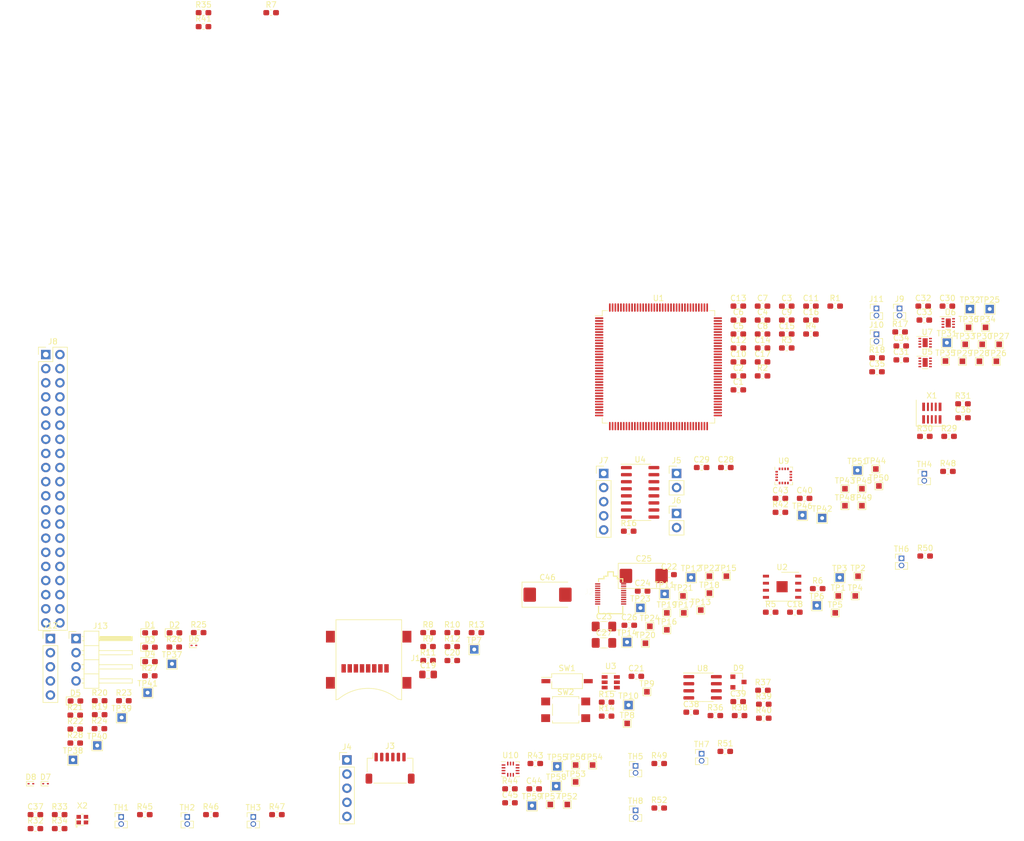
<source format=kicad_pcb>
(kicad_pcb (version 20171130) (host pcbnew 5.1.6-c6e7f7d~87~ubuntu16.04.1)
  (title_block (date 2020-06-20))
  (layers (0 F.Cu signal) (1 In1.Cu signal) (2 In2.Cu signal) (31 B.Cu signal) (34 B.Paste user) (35 F.Paste user) (36 B.SilkS user) (37 F.SilkS user) (38 B.Mask user) (39 F.Mask user) (44 Edge.Cuts user))
  (net 0 "")
  (net 1 "Net-(C1-Pad2)")
  (net 2 GND)
  (net 3 "Net-(C10-Pad1)")
  (net 4 "Net-(C13-Pad1)")
  (net 5 "Net-(C15-Pad2)")
  (net 6 /STM32L4/3.3V_MRAM)
  (net 7 /STM32L4/3.3V_SD_CARD)
  (net 8 /STM32L4/3.3V_STM_CORE)
  (net 9 /STM32L4/5V_IRIDIUM)
  (net 10 /STM32L4/3.3V_SUN_SENSOR)
  (net 11 /STM32L4/5V_ACS_COIL)
  (net 12 /STM32L4/3.3V_ACS_LOGIC)
  (net 13 "Net-(C39-Pad1)")
  (net 14 /STM32L4/3.3V_GYRO)
  (net 15 /STM32L4/3.3V_MAG)
  (net 16 "Net-(C45-Pad2)")
  (net 17 "Net-(C45-Pad1)")
  (net 18 "Net-(D1-Pad2)")
  (net 19 /STM32L4/LED_1)
  (net 20 "Net-(D2-Pad2)")
  (net 21 /STM32L4/LED_2)
  (net 22 "Net-(D3-Pad2)")
  (net 23 /STM32L4/LED_3)
  (net 24 "Net-(D4-Pad2)")
  (net 25 /STM32L4/LED_4)
  (net 26 "Net-(D5-Pad2)")
  (net 27 /STM32L4/LED_5)
  (net 28 /STM32L4/LPUART1_TX)
  (net 29 /STM32L4/LPUART1_RX)
  (net 30 /STM32L4/CAN_TRANSCEIVER/CANL)
  (net 31 /STM32L4/CAN_TRANSCEIVER/CANH)
  (net 32 /STM32L4/SDMMC1_DO)
  (net 33 /STM32L4/SDMMC1_CK)
  (net 34 "Net-(J1-Pad4)")
  (net 35 /STM32L4/SDMMC1_CMD)
  (net 36 /STM32L4/SDMMC1_D3)
  (net 37 /STM32L4/SDMMC1_D1)
  (net 38 /STM32L4/SDMMC1_D2)
  (net 39 /STM32L4/IRIDIUM_INTERFACE/SUPPLY_OUT)
  (net 40 /STM32L4/IRIDIUM_NET_AVAIL)
  (net 41 /STM32L4/IRIDIUM_DTR)
  (net 42 /STM32L4/USART3_RTS)
  (net 43 /STM32L4/IRIDIUM_RING)
  (net 44 /STM32L4/USART3_CTS)
  (net 45 /STM32L4/IRIDIUM_DSR)
  (net 46 /STM32L4/IRIDIUM_DCD)
  (net 47 /STM32L4/USART3_RX)
  (net 48 /STM32L4/USART3_TX)
  (net 49 /STM32L4/IRIDIUM_ON_OFF)
  (net 50 /STM32L4/3.3V_GPS)
  (net 51 /STM32L4/USART2_RX)
  (net 52 /STM32L4/USART2_TX)
  (net 53 /STM32L4/GPS_RESET)
  (net 54 /STM32L4/SUN_CS_3)
  (net 55 /STM32L4/SUN_FRAME_RDY_3)
  (net 56 /STM32L4/SUN_CS_2)
  (net 57 /STM32L4/SUN_FRAME_RDY_2)
  (net 58 "Net-(J7-Pad5)")
  (net 59 /STM32L4/SPI3_MOSI)
  (net 60 /STM32L4/SPI3_MISO)
  (net 61 /STM32L4/SPI3_SCK)
  (net 62 /STM32L4/UART4_RX)
  (net 63 /STM32L4/UART4_TX)
  (net 64 /STM32L4/3.3V_TEMPERATURE)
  (net 65 "Net-(J9-Pad2)")
  (net 66 "Net-(J9-Pad1)")
  (net 67 "Net-(J10-Pad2)")
  (net 68 "Net-(J10-Pad1)")
  (net 69 "Net-(J11-Pad2)")
  (net 70 "Net-(J11-Pad1)")
  (net 71 /STM32L4/RST)
  (net 72 "Net-(J12-Pad3)")
  (net 73 "Net-(R1-Pad1)")
  (net 74 "Net-(R5-Pad2)")
  (net 75 "Net-(R6-Pad2)")
  (net 76 "Net-(R7-Pad1)")
  (net 77 "Net-(R15-Pad1)")
  (net 78 /STM32L4/NJRST)
  (net 79 /STM32L4/JTCK_SWCLK)
  (net 80 /STM32L4/JTMS_SWDIO)
  (net 81 /STM32L4/JTDO_TRACESWO)
  (net 82 /STM32L4/JTDI)
  (net 83 /STM32L4/RCC_OSC32_IN)
  (net 84 "Net-(R29-Pad1)")
  (net 85 "Net-(R30-Pad1)")
  (net 86 /STM32L4/OSC32_TCXO/OE)
  (net 87 "Net-(R32-Pad1)")
  (net 88 /STM32L4/RCC_OSC_IN)
  (net 89 "Net-(R33-Pad1)")
  (net 90 /STM32L4/OSC_HSE_TCXO/OE)
  (net 91 "Net-(R34-Pad1)")
  (net 92 "Net-(R35-Pad1)")
  (net 93 /STM32L4/CAN1_TX)
  (net 94 "Net-(R36-Pad1)")
  (net 95 /STM32L4/CAN1_RX)
  (net 96 "Net-(R37-Pad1)")
  (net 97 /STM32L4/CAN_TRANSCEIVER/Vref)
  (net 98 "Net-(R42-Pad1)")
  (net 99 "Net-(R43-Pad1)")
  (net 100 "Net-(R44-Pad1)")
  (net 101 /STM32L4/ADC1_IN1)
  (net 102 /STM32L4/ADC1_IN2)
  (net 103 /STM32L4/ADC1_IN3)
  (net 104 /STM32L4/ADC1_IN4)
  (net 105 /STM32L4/ADC1_IN7)
  (net 106 /STM32L4/ADC1_IN8)
  (net 107 /STM32L4/ADC1_IN9)
  (net 108 /STM32L4/ADC1_IN10)
  (net 109 "Net-(SW1-Pad2)")
  (net 110 /STM32L4/QUADSPI_CLK)
  (net 111 /STM32L4/QUADSPI_BK1_IO1)
  (net 112 /STM32L4/QUADSPI_BK1_IO0)
  (net 113 /STM32L4/QUADSPI_BK1_NCS)
  (net 114 /STM32L4/WATCHDOG_WAKE)
  (net 115 /STM32L4/WATCHDOG_DONE)
  (net 116 /STM32L4/ACS_X_SLEEP)
  (net 117 /STM32L4/TIM15_CH1)
  (net 118 /STM32L4/ACS_Y_PH)
  (net 119 /STM32L4/ACS_Z_SLEEP)
  (net 120 /STM32L4/TIM17_CH1)
  (net 121 /STM32L4/ACS_X_PH)
  (net 122 /STM32L4/ACS_Y_SLEEP)
  (net 123 /STM32L4/TIM16_CH1)
  (net 124 /STM32L4/ACS_Z_PH)
  (net 125 /STM32L4/SPI2_MOSI)
  (net 126 /STM32L4/GYRO_CS)
  (net 127 /STM32L4/SPI2_SCK)
  (net 128 /STM32L4/SPI2_MISO)
  (net 129 /STM32L4/SPI1_SCK)
  (net 130 /STM32L4/SPI1_MISO)
  (net 131 /STM32L4/SPI1_MOSI)
  (net 132 /STM32L4/MAG_CS)
  (net 133 /STM32L4/MAG_INT)
  (net 134 /STM32L4/SUN_FRAME_RDY_1)
  (net 135 /STM32L4/SUN_CS_1)
  (net 136 "Net-(J12-Pad4)")
  (net 137 "Net-(J12-Pad2)")
  (net 138 "Net-(R19-Pad2)")
  (net 139 "Net-(R23-Pad2)")
  (net 140 /STM32L4/GYRO_INT_2)
  (net 141 /STM32L4/GYRO_INT_1)
  (net 142 /STM32L4/3.3V_CAN)
  (net 143 /STM32L4/CAN_RS)
  (module Package_DFN_QFN:DFN-8-1EP_6x5mm_P1.27mm_EP2x2mm (layer F.Cu) (at 192.01 124.3)
    (fp_text reference U2 (at 0 -3.5) (layer F.SilkS))
    (fp_text value MR25H10)
    (pad 8 smd rect (at 2.9 -1.905 270) (size 0.5 1.1) (layers F.Cu F.Paste F.Mask) (net 76 "Net-(R7-Pad1)"))
    (pad 7 smd rect (at 2.9 -0.635 270) (size 0.5 1.1) (layers F.Cu F.Paste F.Mask) (net 74 "Net-(R5-Pad2)"))
    (pad 6 smd rect (at 2.9 0.635 270) (size 0.5 1.1) (layers F.Cu F.Paste F.Mask) (net 110 /STM32L4/QUADSPI_CLK))
    (pad 5 smd rect (at 2.9 1.905 270) (size 0.5 1.1) (layers F.Cu F.Paste F.Mask) (net 112 /STM32L4/QUADSPI_BK1_IO0))
    (pad 4 smd rect (at -2.9 1.905 270) (size 0.5 1.1) (layers F.Cu F.Paste F.Mask) (net 2 GND))
    (pad 3 smd rect (at -2.9 0.635 270) (size 0.5 1.1) (layers F.Cu F.Paste F.Mask) (net 75 "Net-(R6-Pad2)"))
    (pad 2 smd rect (at -2.9 -0.635 270) (size 0.5 1.1) (layers F.Cu F.Paste F.Mask) (net 111 /STM32L4/QUADSPI_BK1_IO1))
    (pad 1 smd rect (at -2.9 -1.905 270) (size 0.5 1.1) (layers F.Cu F.Paste F.Mask) (net 113 /STM32L4/QUADSPI_BK1_NCS))
    (pad 9 smd rect (at 0 0 270) (size 2 2) (layers F.Cu F.Mask) (net 2 GND))
  )
  (module Resistor_SMD:R_0603_1608Metric_Pad1.05x0.95mm_HandSolder (layer F.Cu) (at 88.035001 23.585001)
    (fp_text reference R41 (at 0 -1.43) (layer F.SilkS))
    (fp_text value 100K)
    (pad 2 smd roundrect (at 0.875 0) (size 1.05 0.95) (layers F.Cu F.Paste F.Mask) (net 92 "Net-(R35-Pad1)"))
    (pad 1 smd roundrect (at -0.875 0) (size 1.05 0.95) (layers F.Cu F.Paste F.Mask) (net 142 /STM32L4/3.3V_CAN))
  )
  (module Resistor_SMD:R_0603_1608Metric_Pad1.05x0.95mm_HandSolder (layer F.Cu) (at 88.035001 21.075001)
    (fp_text reference R35 (at 0 -1.43) (layer F.SilkS))
    (fp_text value 0)
    (pad 2 smd roundrect (at 0.875 0) (size 1.05 0.95) (layers F.Cu F.Paste F.Mask) (net 143 /STM32L4/CAN_RS))
    (pad 1 smd roundrect (at -0.875 0) (size 1.05 0.95) (layers F.Cu F.Paste F.Mask) (net 92 "Net-(R35-Pad1)"))
  )
  (module Resistor_SMD:R_0603_1608Metric_Pad1.05x0.95mm_HandSolder (layer F.Cu) (at 100.185001 21.075001)
    (fp_text reference R7 (at 0 -1.43) (layer F.SilkS))
    (fp_text value 10m)
    (pad 2 smd roundrect (at 0.875 0) (size 1.05 0.95) (layers F.Cu F.Paste F.Mask) (net 6 /STM32L4/3.3V_MRAM))
    (pad 1 smd roundrect (at -0.875 0) (size 1.05 0.95) (layers F.Cu F.Paste F.Mask) (net 76 "Net-(R7-Pad1)"))
  )
  (module Package_LGA:Bosch_LGA-14_3x2.5mm_P0.5mm (layer F.Cu) (at 143.21 157.11)
    (fp_text reference U10 (at 0 -2.5) (layer F.SilkS))
    (fp_text value BMG250)
    (pad 11 smd rect (at 1.2625 -0.75) (size 0.675 0.25) (layers F.Cu F.Paste F.Mask))
    (pad 10 smd rect (at 1.2625 -0.25) (size 0.675 0.25) (layers F.Cu F.Paste F.Mask))
    (pad 9 smd rect (at 1.2625 0.25) (size 0.675 0.25) (layers F.Cu F.Paste F.Mask) (net 140 /STM32L4/GYRO_INT_2))
    (pad 8 smd rect (at 1.2625 0.75) (size 0.675 0.25) (layers F.Cu F.Paste F.Mask) (net 98 "Net-(R42-Pad1)"))
    (pad 4 smd rect (at -1.2625 0.75) (size 0.675 0.25) (layers F.Cu F.Paste F.Mask) (net 141 /STM32L4/GYRO_INT_1))
    (pad 3 smd rect (at -1.2625 0.25) (size 0.675 0.25) (layers F.Cu F.Paste F.Mask))
    (pad 2 smd rect (at -1.2625 -0.25) (size 0.675 0.25) (layers F.Cu F.Paste F.Mask))
    (pad 1 smd rect (at -1.2625 -0.75) (size 0.675 0.25) (layers F.Cu F.Paste F.Mask) (net 128 /STM32L4/SPI2_MISO))
    (pad 7 smd rect (at 0.5 1.0125) (size 0.25 0.675) (layers F.Cu F.Paste F.Mask) (net 2 GND))
    (pad 6 smd rect (at 0 1.0125) (size 0.25 0.675) (layers F.Cu F.Paste F.Mask) (net 2 GND))
    (pad 5 smd rect (at -0.5 1.0125) (size 0.25 0.675) (layers F.Cu F.Paste F.Mask) (net 98 "Net-(R42-Pad1)"))
    (pad 12 smd rect (at 0.5 -1.0125) (size 0.25 0.675) (layers F.Cu F.Paste F.Mask) (net 126 /STM32L4/GYRO_CS))
    (pad 14 smd rect (at -0.5 -1.0125) (size 0.25 0.675) (layers F.Cu F.Paste F.Mask) (net 125 /STM32L4/SPI2_MOSI))
    (pad 13 smd rect (at 0 -1.0125) (size 0.25 0.675) (layers F.Cu F.Paste F.Mask) (net 127 /STM32L4/SPI2_SCK))
  )
  (module Package_LGA:LGA-16_3x3mm_P0.5mm (layer F.Cu) (at 192.31 104.38)
    (fp_text reference U9 (at 0 -2.7) (layer F.SilkS))
    (fp_text value MMC5983MA)
    (pad 10 smd rect (at 1.275 0.25 90) (size 0.3 0.45) (layers F.Cu F.Paste F.Mask) (net 16 "Net-(C45-Pad2)"))
    (pad 11 smd rect (at 1.275 -0.25 90) (size 0.3 0.45) (layers F.Cu F.Paste F.Mask) (net 2 GND))
    (pad 12 smd rect (at 1.275 -0.75 90) (size 0.3 0.45) (layers F.Cu F.Paste F.Mask))
    (pad 9 smd rect (at 1.275 0.75 90) (size 0.3 0.45) (layers F.Cu F.Paste F.Mask) (net 17 "Net-(C45-Pad1)"))
    (pad 5 smd rect (at -0.75 1.275) (size 0.3 0.45) (layers F.Cu F.Paste F.Mask) (net 130 /STM32L4/SPI1_MISO))
    (pad 7 smd rect (at 0.25 1.275) (size 0.3 0.45) (layers F.Cu F.Paste F.Mask))
    (pad 6 smd rect (at -0.25 1.275) (size 0.3 0.45) (layers F.Cu F.Paste F.Mask))
    (pad 8 smd rect (at 0.75 1.275) (size 0.3 0.45) (layers F.Cu F.Paste F.Mask))
    (pad 4 smd rect (at -1.275 0.75 90) (size 0.3 0.45) (layers F.Cu F.Paste F.Mask) (net 132 /STM32L4/MAG_CS))
    (pad 3 smd rect (at -1.275 0.25 90) (size 0.3 0.45) (layers F.Cu F.Paste F.Mask))
    (pad 2 smd rect (at -1.275 -0.25 90) (size 0.3 0.45) (layers F.Cu F.Paste F.Mask) (net 100 "Net-(R44-Pad1)"))
    (pad 1 smd rect (at -1.275 -0.75 90) (size 0.3 0.45) (layers F.Cu F.Paste F.Mask) (net 129 /STM32L4/SPI1_SCK))
    (pad 14 smd rect (at 0.25 -1.275) (size 0.3 0.45) (layers F.Cu F.Paste F.Mask))
    (pad 15 smd rect (at -0.25 -1.275) (size 0.3 0.45) (layers F.Cu F.Paste F.Mask) (net 133 /STM32L4/MAG_INT))
    (pad 16 smd rect (at -0.75 -1.275) (size 0.3 0.45) (layers F.Cu F.Paste F.Mask) (net 131 /STM32L4/SPI1_MOSI))
    (pad 13 smd rect (at 0.75 -1.275) (size 0.3 0.45) (layers F.Cu F.Paste F.Mask) (net 99 "Net-(R43-Pad1)"))
  )
  (module Resistor_SMD:R_0603_1608Metric_Pad1.05x0.95mm_HandSolder (layer F.Cu) (at 197.2 78.86)
    (fp_text reference R4 (at 0 -1.43) (layer F.SilkS))
    (fp_text value 10m)
    (pad 2 smd roundrect (at 0.875 0) (size 1.05 0.95) (layers F.Cu F.Paste F.Mask) (net 5 "Net-(C15-Pad2)"))
    (pad 1 smd roundrect (at -0.875 0) (size 1.05 0.95) (layers F.Cu F.Paste F.Mask) (net 8 /STM32L4/3.3V_STM_CORE))
  )
  (module Resistor_SMD:R_0603_1608Metric_Pad1.05x0.95mm_HandSolder (layer F.Cu) (at 192.85 81.37)
    (fp_text reference R3 (at 0 -1.43) (layer F.SilkS))
    (fp_text value 10m)
    (pad 2 smd roundrect (at 0.875 0) (size 1.05 0.95) (layers F.Cu F.Paste F.Mask) (net 4 "Net-(C13-Pad1)"))
    (pad 1 smd roundrect (at -0.875 0) (size 1.05 0.95) (layers F.Cu F.Paste F.Mask) (net 8 /STM32L4/3.3V_STM_CORE))
  )
  (module Resistor_SMD:R_0603_1608Metric_Pad1.05x0.95mm_HandSolder (layer F.Cu) (at 188.5 86.39)
    (fp_text reference R2 (at 0 -1.43) (layer F.SilkS))
    (fp_text value 10m)
    (pad 2 smd roundrect (at 0.875 0) (size 1.05 0.95) (layers F.Cu F.Paste F.Mask) (net 3 "Net-(C10-Pad1)"))
    (pad 1 smd roundrect (at -0.875 0) (size 1.05 0.95) (layers F.Cu F.Paste F.Mask) (net 8 /STM32L4/3.3V_STM_CORE))
  )
  (module Resistor_SMD:R_0603_1608Metric_Pad1.05x0.95mm_HandSolder (layer F.Cu) (at 201.55 73.84)
    (fp_text reference R1 (at 0 -1.43) (layer F.SilkS))
    (fp_text value 0)
    (pad 2 smd roundrect (at 0.875 0) (size 1.05 0.95) (layers F.Cu F.Paste F.Mask) (net 3 "Net-(C10-Pad1)"))
    (pad 1 smd roundrect (at -0.875 0) (size 1.05 0.95) (layers F.Cu F.Paste F.Mask) (net 73 "Net-(R1-Pad1)"))
  )
  (module Connector_PinHeader_2.54mm:PinHeader_1x05_P2.54mm_Vertical (layer F.Cu) (at 60.52 133.62)
    (fp_text reference J12 (at 0 -2.33) (layer F.SilkS))
    (fp_text value Conn_01x05)
    (pad 5 thru_hole oval (at 0 10.16) (size 1.7 1.7) (drill 1) (layers *.Cu *.Mask) (net 2 GND))
    (pad 4 thru_hole oval (at 0 7.62) (size 1.7 1.7) (drill 1) (layers *.Cu *.Mask) (net 136 "Net-(J12-Pad4)"))
    (pad 3 thru_hole oval (at 0 5.08) (size 1.7 1.7) (drill 1) (layers *.Cu *.Mask) (net 72 "Net-(J12-Pad3)"))
    (pad 2 thru_hole oval (at 0 2.54) (size 1.7 1.7) (drill 1) (layers *.Cu *.Mask) (net 137 "Net-(J12-Pad2)"))
    (pad 1 thru_hole rect (at 0 0) (size 1.7 1.7) (drill 1) (layers *.Cu *.Mask) (net 71 /STM32L4/RST))
  )
  (module avionics_board:microSD_HC_Molex_0472192001 (layer F.Cu) (at 116.84 142.24)
    (fp_text reference J1 (at 9.3 -5.1) (layer F.SilkS))
    (fp_text value Micro_SD_Card_Latching)
    (pad 9 smd rect (at 7.75 -8.96) (size 1.6 2.1) (layers F.Cu F.Paste F.Mask) (net 2 GND))
    (pad 9 smd rect (at -6 -8.96) (size 1.6 2.1) (layers F.Cu F.Paste F.Mask) (net 2 GND))
    (pad 9 smd rect (at 7.75 -0.66) (size 1.6 2.1) (layers F.Cu F.Paste F.Mask) (net 2 GND))
    (pad 9 smd rect (at -6 -0.66) (size 1.6 2.1) (layers F.Cu F.Paste F.Mask) (net 2 GND))
    (pad 8 smd rect (at -3.62 -3.26) (size 0.8 1.5) (layers F.Cu F.Paste F.Mask) (net 37 /STM32L4/SDMMC1_D1))
    (pad 7 smd rect (at -2.52 -3.26) (size 0.8 1.5) (layers F.Cu F.Paste F.Mask) (net 32 /STM32L4/SDMMC1_DO))
    (pad 6 smd rect (at -1.42 -3.26) (size 0.8 1.5) (layers F.Cu F.Paste F.Mask) (net 2 GND))
    (pad 5 smd rect (at -0.32 -3.26) (size 0.8 1.5) (layers F.Cu F.Paste F.Mask) (net 33 /STM32L4/SDMMC1_CK))
    (pad 4 smd rect (at 0.78 -3.26) (size 0.8 1.5) (layers F.Cu F.Paste F.Mask) (net 34 "Net-(J1-Pad4)"))
    (pad 3 smd rect (at 1.88 -3.26) (size 0.8 1.5) (layers F.Cu F.Paste F.Mask) (net 35 /STM32L4/SDMMC1_CMD))
    (pad 2 smd rect (at 2.98 -3.26) (size 0.8 1.5) (layers F.Cu F.Paste F.Mask) (net 36 /STM32L4/SDMMC1_D3))
    (pad 1 smd rect (at 4.08 -3.26) (size 0.8 1.5) (layers F.Cu F.Paste F.Mask) (net 38 /STM32L4/SDMMC1_D2))
  )
  (module Capacitor_SMD:C_1206_3216Metric_Pad1.42x1.75mm_HandSolder (layer F.Cu) (at 160 134.4)
    (fp_text reference C27 (at 0 -1.82) (layer F.SilkS))
    (fp_text value 100uF)
    (pad 2 smd roundrect (at 1.4875 0) (size 1.425 1.75) (layers F.Cu F.Paste F.Mask) (roundrect_rratio 0.175439) (net 2 GND))
    (pad 1 smd roundrect (at -1.4875 0) (size 1.425 1.75) (layers F.Cu F.Paste F.Mask) (roundrect_rratio 0.175439) (net 9 /STM32L4/5V_IRIDIUM))
  )
  (module Capacitor_Tantalum_SMD:CP_EIA-7343-30_AVX-N_Pad2.25x2.55mm_HandSolder (layer F.Cu) (at 167.15 122.35)
    (fp_text reference C25 (at 0 -3.1) (layer F.SilkS))
    (fp_text value 100uF)
    (pad 2 smd roundrect (at 3.2 0) (size 2.25 2.55) (layers F.Cu F.Paste F.Mask) (roundrect_rratio 0.111111) (net 2 GND))
    (pad 1 smd roundrect (at -3.2 0) (size 2.25 2.55) (layers F.Cu F.Paste F.Mask) (roundrect_rratio 0.111111) (net 9 /STM32L4/5V_IRIDIUM))
  )
  (module Capacitor_SMD:C_1206_3216Metric_Pad1.42x1.75mm_HandSolder (layer F.Cu) (at 160 131.45)
    (fp_text reference C23 (at 0 -1.82) (layer F.SilkS))
    (fp_text value 100uF)
    (pad 2 smd roundrect (at 1.4875 0) (size 1.425 1.75) (layers F.Cu F.Paste F.Mask) (roundrect_rratio 0.175439) (net 2 GND))
    (pad 1 smd roundrect (at -1.4875 0) (size 1.425 1.75) (layers F.Cu F.Paste F.Mask) (roundrect_rratio 0.175439) (net 9 /STM32L4/5V_IRIDIUM))
  )
  (module Capacitor_SMD:C_0805_2012Metric_Pad1.15x1.40mm_HandSolder (layer F.Cu) (at 128.39 140.08)
    (fp_text reference C19 (at 0 -1.65) (layer F.SilkS))
    (fp_text value 47uF)
    (pad 2 smd roundrect (at 1.025 0) (size 1.15 1.4) (layers F.Cu F.Paste F.Mask) (roundrect_rratio 0.217391) (net 2 GND))
    (pad 1 smd roundrect (at -1.025 0) (size 1.15 1.4) (layers F.Cu F.Paste F.Mask) (roundrect_rratio 0.217391) (net 7 /STM32L4/3.3V_SD_CARD))
  )
  (module Capacitor_Tantalum_SMD:CP_EIA-7343-30_AVX-N_Pad2.25x2.55mm_HandSolder (layer F.Cu) (at 149.86 125.73)
    (fp_text reference C46 (at 0 -3.1) (layer F.SilkS))
    (fp_text value 100uF)
    (pad 2 smd roundrect (at 3.2 0) (size 2.25 2.55) (layers F.Cu F.Paste F.Mask) (roundrect_rratio 0.111111) (net 2 GND))
    (pad 1 smd roundrect (at -3.2 0) (size 2.25 2.55) (layers F.Cu F.Paste F.Mask) (roundrect_rratio 0.111111) (net 9 /STM32L4/5V_IRIDIUM))
  )
  (module avionics_board:Oscillator_SMD_ECS_TXO-2016-xx-xxx-4Pin_2.0x1.6mm (layer F.Cu) (at 66.26 166.18)
    (fp_text reference X2 (at 0 -2.5) (layer F.SilkS))
    (fp_text value ECS-TXO-2016)
    (pad 2 smd rect (at 0.65 0.5) (size 0.8 0.7) (layers F.Cu F.Paste F.Mask) (net 2 GND))
    (pad 1 smd rect (at -0.65 0.5) (size 0.8 0.7) (layers F.Cu F.Paste F.Mask) (net 91 "Net-(R34-Pad1)"))
    (pad 3 smd rect (at 0.65 -0.5) (size 0.8 0.7) (layers F.Cu F.Paste F.Mask) (net 89 "Net-(R33-Pad1)"))
    (pad 4 smd rect (at -0.65 -0.5) (size 0.8 0.7) (layers F.Cu F.Paste F.Mask) (net 87 "Net-(R32-Pad1)"))
  )
  (module avionics_board:Oscillator_SMD_SeikoEpson_TG3541CE-10Pin_3.2x2.5mm_HandSoldering (layer F.Cu) (at 218.92 93.08)
    (fp_text reference X1 (at 0 -3.15) (layer F.SilkS))
    (fp_text value TG-3541CE)
    (pad 8 smd rect (at 0 -1.13) (size 0.35 1.5) (layers F.Cu F.Paste F.Mask) (net 2 GND))
    (pad 6 smd rect (at 1.475 -1.13) (size 0.5 1.5) (layers F.Cu F.Paste F.Mask))
    (pad 7 smd rect (at 0.7 -1.13) (size 0.35 1.5) (layers F.Cu F.Paste F.Mask) (net 2 GND))
    (pad 9 smd rect (at -0.7 -1.13) (size 0.35 1.5) (layers F.Cu F.Paste F.Mask) (net 2 GND))
    (pad 10 smd rect (at -1.475 -1.13) (size 0.5 1.5) (layers F.Cu F.Paste F.Mask))
    (pad 1 smd rect (at -1.475 1.13) (size 0.5 1.5) (layers F.Cu F.Paste F.Mask) (net 86 /STM32L4/OSC32_TCXO/OE))
    (pad 2 smd rect (at -0.7 1.13) (size 0.35 1.5) (layers F.Cu F.Paste F.Mask) (net 85 "Net-(R30-Pad1)"))
    (pad 3 smd rect (at 0 1.13) (size 0.35 1.5) (layers F.Cu F.Paste F.Mask) (net 85 "Net-(R30-Pad1)"))
    (pad 4 smd rect (at 0.7 1.13) (size 0.35 1.5) (layers F.Cu F.Paste F.Mask) (net 84 "Net-(R29-Pad1)"))
    (pad 5 smd rect (at 1.475 1.14) (size 0.5 1.5) (layers F.Cu F.Paste F.Mask) (net 2 GND))
  )
  (module Package_SO:SOIC-8_3.9x4.9mm_P1.27mm (layer F.Cu) (at 177.72 142.38)
    (fp_text reference U8 (at 0 -3.4) (layer F.SilkS))
    (fp_text value SN65HVD230)
    (pad 8 smd roundrect (at 2.475 -1.905) (size 1.95 0.6) (layers F.Cu F.Paste F.Mask) (net 92 "Net-(R35-Pad1)"))
    (pad 7 smd roundrect (at 2.475 -0.635) (size 1.95 0.6) (layers F.Cu F.Paste F.Mask) (net 31 /STM32L4/CAN_TRANSCEIVER/CANH))
    (pad 6 smd roundrect (at 2.475 0.635) (size 1.95 0.6) (layers F.Cu F.Paste F.Mask) (net 30 /STM32L4/CAN_TRANSCEIVER/CANL))
    (pad 5 smd roundrect (at 2.475 1.905) (size 1.95 0.6) (layers F.Cu F.Paste F.Mask) (net 97 /STM32L4/CAN_TRANSCEIVER/Vref))
    (pad 4 smd roundrect (at -2.475 1.905) (size 1.95 0.6) (layers F.Cu F.Paste F.Mask) (net 96 "Net-(R37-Pad1)"))
    (pad 3 smd roundrect (at -2.475 0.635) (size 1.95 0.6) (layers F.Cu F.Paste F.Mask) (net 142 /STM32L4/3.3V_CAN))
    (pad 2 smd roundrect (at -2.475 -0.635) (size 1.95 0.6) (layers F.Cu F.Paste F.Mask) (net 2 GND))
    (pad 1 smd roundrect (at -2.475 -1.905) (size 1.95 0.6) (layers F.Cu F.Paste F.Mask) (net 94 "Net-(R36-Pad1)"))
  )
  (module Package_SON:WSON-8-1EP_2x2mm_P0.5mm_EP0.9x1.6mm (layer F.Cu) (at 217.72 80.42)
    (fp_text reference U7 (at 0.38 -1.9) (layer F.SilkS))
    (fp_text value DRV8838)
    (pad 6 smd rect (at 0.95 0.25) (size 0.5 0.25) (layers F.Cu F.Paste F.Mask) (net 121 /STM32L4/ACS_X_PH))
    (pad 5 smd rect (at 0.95 0.75) (size 0.5 0.25) (layers F.Cu F.Paste F.Mask) (net 117 /STM32L4/TIM15_CH1))
    (pad 4 smd rect (at -0.95 0.75) (size 0.5 0.25) (layers F.Cu F.Paste F.Mask) (net 2 GND))
    (pad 2 smd rect (at -0.95 -0.25) (size 0.5 0.25) (layers F.Cu F.Paste F.Mask) (net 69 "Net-(J11-Pad2)"))
    (pad 1 smd rect (at -0.95 -0.75) (size 0.5 0.25) (layers F.Cu F.Paste F.Mask) (net 11 /STM32L4/5V_ACS_COIL))
    (pad 9 smd rect (at 0 0) (size 0.9 1.6) (layers F.Cu F.Mask) (net 2 GND))
    (pad 8 smd rect (at 0.95 -0.75) (size 0.5 0.25) (layers F.Cu F.Paste F.Mask) (net 12 /STM32L4/3.3V_ACS_LOGIC))
    (pad 7 smd rect (at 0.95 -0.25) (size 0.5 0.25) (layers F.Cu F.Paste F.Mask) (net 116 /STM32L4/ACS_X_SLEEP))
    (pad 3 smd rect (at -0.95 0.25) (size 0.5 0.25) (layers F.Cu F.Paste F.Mask) (net 70 "Net-(J11-Pad1)"))
  )
  (module Package_SON:WSON-8-1EP_2x2mm_P0.5mm_EP0.9x1.6mm (layer F.Cu) (at 221.87 76.87)
    (fp_text reference U6 (at 0.38 -1.9) (layer F.SilkS))
    (fp_text value DRV8838)
    (pad 6 smd rect (at 0.95 0.25) (size 0.5 0.25) (layers F.Cu F.Paste F.Mask) (net 121 /STM32L4/ACS_X_PH))
    (pad 5 smd rect (at 0.95 0.75) (size 0.5 0.25) (layers F.Cu F.Paste F.Mask) (net 117 /STM32L4/TIM15_CH1))
    (pad 4 smd rect (at -0.95 0.75) (size 0.5 0.25) (layers F.Cu F.Paste F.Mask) (net 2 GND))
    (pad 2 smd rect (at -0.95 -0.25) (size 0.5 0.25) (layers F.Cu F.Paste F.Mask) (net 67 "Net-(J10-Pad2)"))
    (pad 1 smd rect (at -0.95 -0.75) (size 0.5 0.25) (layers F.Cu F.Paste F.Mask) (net 11 /STM32L4/5V_ACS_COIL))
    (pad 9 smd rect (at 0 0) (size 0.9 1.6) (layers F.Cu F.Mask) (net 2 GND))
    (pad 8 smd rect (at 0.95 -0.75) (size 0.5 0.25) (layers F.Cu F.Paste F.Mask) (net 12 /STM32L4/3.3V_ACS_LOGIC))
    (pad 7 smd rect (at 0.95 -0.25) (size 0.5 0.25) (layers F.Cu F.Paste F.Mask) (net 116 /STM32L4/ACS_X_SLEEP))
    (pad 3 smd rect (at -0.95 0.25) (size 0.5 0.25) (layers F.Cu F.Paste F.Mask) (net 68 "Net-(J10-Pad1)"))
  )
  (module Package_SON:WSON-8-1EP_2x2mm_P0.5mm_EP0.9x1.6mm (layer F.Cu) (at 217.72 83.97)
    (fp_text reference U5 (at 0.38 -1.9) (layer F.SilkS))
    (fp_text value DRV8838)
    (pad 6 smd rect (at 0.95 0.25) (size 0.5 0.25) (layers F.Cu F.Paste F.Mask) (net 121 /STM32L4/ACS_X_PH))
    (pad 5 smd rect (at 0.95 0.75) (size 0.5 0.25) (layers F.Cu F.Paste F.Mask) (net 117 /STM32L4/TIM15_CH1))
    (pad 4 smd rect (at -0.95 0.75) (size 0.5 0.25) (layers F.Cu F.Paste F.Mask) (net 2 GND))
    (pad 2 smd rect (at -0.95 -0.25) (size 0.5 0.25) (layers F.Cu F.Paste F.Mask) (net 65 "Net-(J9-Pad2)"))
    (pad 1 smd rect (at -0.95 -0.75) (size 0.5 0.25) (layers F.Cu F.Paste F.Mask) (net 11 /STM32L4/5V_ACS_COIL))
    (pad 9 smd rect (at 0 0) (size 0.9 1.6) (layers F.Cu F.Mask) (net 2 GND))
    (pad 8 smd rect (at 0.95 -0.75) (size 0.5 0.25) (layers F.Cu F.Paste F.Mask) (net 12 /STM32L4/3.3V_ACS_LOGIC))
    (pad 7 smd rect (at 0.95 -0.25) (size 0.5 0.25) (layers F.Cu F.Paste F.Mask) (net 116 /STM32L4/ACS_X_SLEEP))
    (pad 3 smd rect (at -0.95 0.25) (size 0.5 0.25) (layers F.Cu F.Paste F.Mask) (net 66 "Net-(J9-Pad1)"))
  )
  (module Package_SO:SOIC-16_3.9x9.9mm_P1.27mm (layer F.Cu) (at 166.5 107.33)
    (fp_text reference U4 (at 0 -5.9) (layer F.SilkS))
    (fp_text value MLX75306)
    (pad 16 smd roundrect (at 2.475 -4.445) (size 1.95 0.6) (layers F.Cu F.Paste F.Mask))
    (pad 15 smd roundrect (at 2.475 -3.175) (size 1.95 0.6) (layers F.Cu F.Paste F.Mask))
    (pad 14 smd roundrect (at 2.475 -1.905) (size 1.95 0.6) (layers F.Cu F.Paste F.Mask))
    (pad 13 smd roundrect (at 2.475 -0.635) (size 1.95 0.6) (layers F.Cu F.Paste F.Mask))
    (pad 12 smd roundrect (at 2.475 0.635) (size 1.95 0.6) (layers F.Cu F.Paste F.Mask))
    (pad 11 smd roundrect (at 2.475 1.905) (size 1.95 0.6) (layers F.Cu F.Paste F.Mask))
    (pad 10 smd roundrect (at 2.475 3.175) (size 1.95 0.6) (layers F.Cu F.Paste F.Mask))
    (pad 9 smd roundrect (at 2.475 4.445) (size 1.95 0.6) (layers F.Cu F.Paste F.Mask))
    (pad 8 smd roundrect (at -2.475 4.445) (size 1.95 0.6) (layers F.Cu F.Paste F.Mask) (net 135 /STM32L4/SUN_CS_1))
    (pad 7 smd roundrect (at -2.475 3.175) (size 1.95 0.6) (layers F.Cu F.Paste F.Mask) (net 134 /STM32L4/SUN_FRAME_RDY_1))
    (pad 6 smd roundrect (at -2.475 1.905) (size 1.95 0.6) (layers F.Cu F.Paste F.Mask) (net 58 "Net-(J7-Pad5)"))
    (pad 5 smd roundrect (at -2.475 0.635) (size 1.95 0.6) (layers F.Cu F.Paste F.Mask) (net 58 "Net-(J7-Pad5)"))
    (pad 4 smd roundrect (at -2.475 -0.635) (size 1.95 0.6) (layers F.Cu F.Paste F.Mask) (net 2 GND))
    (pad 3 smd roundrect (at -2.475 -1.905) (size 1.95 0.6) (layers F.Cu F.Paste F.Mask) (net 59 /STM32L4/SPI3_MOSI))
    (pad 2 smd roundrect (at -2.475 -3.175) (size 1.95 0.6) (layers F.Cu F.Paste F.Mask) (net 60 /STM32L4/SPI3_MISO))
    (pad 1 smd roundrect (at -2.475 -4.445) (size 1.95 0.6) (layers F.Cu F.Paste F.Mask) (net 61 /STM32L4/SPI3_SCK))
  )
  (module Package_TO_SOT_SMD:SOT-23-6 (layer F.Cu) (at 161.22 141.48)
    (fp_text reference U3 (at 0 -2.9) (layer F.SilkS))
    (fp_text value TPL5010)
    (pad 5 smd rect (at 1.1 0) (size 1.06 0.65) (layers F.Cu F.Paste F.Mask) (net 114 /STM32L4/WATCHDOG_WAKE))
    (pad 6 smd rect (at 1.1 -0.95) (size 1.06 0.65) (layers F.Cu F.Paste F.Mask) (net 109 "Net-(SW1-Pad2)"))
    (pad 4 smd rect (at 1.1 0.95) (size 1.06 0.65) (layers F.Cu F.Paste F.Mask) (net 115 /STM32L4/WATCHDOG_DONE))
    (pad 3 smd rect (at -1.1 0.95) (size 1.06 0.65) (layers F.Cu F.Paste F.Mask) (net 77 "Net-(R15-Pad1)"))
    (pad 2 smd rect (at -1.1 0) (size 1.06 0.65) (layers F.Cu F.Paste F.Mask) (net 2 GND))
    (pad 1 smd rect (at -1.1 -0.95) (size 1.06 0.65) (layers F.Cu F.Paste F.Mask) (net 8 /STM32L4/3.3V_STM_CORE))
  )
  (module Package_QFP:LQFP-144_20x20mm_P0.5mm (layer F.Cu) (at 169.8 84.76)
    (fp_text reference U1 (at 0 -12.35) (layer F.SilkS))
    (fp_text value STM32L496ZGTx)
    (pad 144 smd roundrect (at -8.75 -10.6625) (size 0.3 1.475) (layers F.Cu F.Paste F.Mask) (net 3 "Net-(C10-Pad1)"))
    (pad 143 smd roundrect (at -8.25 -10.6625) (size 0.3 1.475) (layers F.Cu F.Paste F.Mask) (net 2 GND))
    (pad 142 smd roundrect (at -7.75 -10.6625) (size 0.3 1.475) (layers F.Cu F.Paste F.Mask) (net 132 /STM32L4/MAG_CS))
    (pad 141 smd roundrect (at -7.25 -10.6625) (size 0.3 1.475) (layers F.Cu F.Paste F.Mask) (net 115 /STM32L4/WATCHDOG_DONE))
    (pad 140 smd roundrect (at -6.75 -10.6625) (size 0.3 1.475) (layers F.Cu F.Paste F.Mask) (net 120 /STM32L4/TIM17_CH1))
    (pad 139 smd roundrect (at -6.25 -10.6625) (size 0.3 1.475) (layers F.Cu F.Paste F.Mask) (net 123 /STM32L4/TIM16_CH1))
    (pad 138 smd roundrect (at -5.75 -10.6625) (size 0.3 1.475) (layers F.Cu F.Paste F.Mask))
    (pad 137 smd roundrect (at -5.25 -10.6625) (size 0.3 1.475) (layers F.Cu F.Paste F.Mask))
    (pad 136 smd roundrect (at -4.75 -10.6625) (size 0.3 1.475) (layers F.Cu F.Paste F.Mask))
    (pad 135 smd roundrect (at -4.25 -10.6625) (size 0.3 1.475) (layers F.Cu F.Paste F.Mask))
    (pad 134 smd roundrect (at -3.75 -10.6625) (size 0.3 1.475) (layers F.Cu F.Paste F.Mask) (net 78 /STM32L4/NJRST))
    (pad 133 smd roundrect (at -3.25 -10.6625) (size 0.3 1.475) (layers F.Cu F.Paste F.Mask) (net 81 /STM32L4/JTDO_TRACESWO))
    (pad 132 smd roundrect (at -2.75 -10.6625) (size 0.3 1.475) (layers F.Cu F.Paste F.Mask) (net 90 /STM32L4/OSC_HSE_TCXO/OE))
    (pad 131 smd roundrect (at -2.25 -10.6625) (size 0.3 1.475) (layers F.Cu F.Paste F.Mask) (net 5 "Net-(C15-Pad2)"))
    (pad 130 smd roundrect (at -1.75 -10.6625) (size 0.3 1.475) (layers F.Cu F.Paste F.Mask) (net 2 GND))
    (pad 129 smd roundrect (at -1.25 -10.6625) (size 0.3 1.475) (layers F.Cu F.Paste F.Mask))
    (pad 128 smd roundrect (at -0.75 -10.6625) (size 0.3 1.475) (layers F.Cu F.Paste F.Mask))
    (pad 127 smd roundrect (at -0.25 -10.6625) (size 0.3 1.475) (layers F.Cu F.Paste F.Mask) (net 53 /STM32L4/GPS_RESET))
    (pad 126 smd roundrect (at 0.25 -10.6625) (size 0.3 1.475) (layers F.Cu F.Paste F.Mask) (net 59 /STM32L4/SPI3_MOSI))
    (pad 125 smd roundrect (at 0.75 -10.6625) (size 0.3 1.475) (layers F.Cu F.Paste F.Mask) (net 60 /STM32L4/SPI3_MISO))
    (pad 124 smd roundrect (at 1.25 -10.6625) (size 0.3 1.475) (layers F.Cu F.Paste F.Mask) (net 61 /STM32L4/SPI3_SCK))
    (pad 123 smd roundrect (at 1.75 -10.6625) (size 0.3 1.475) (layers F.Cu F.Paste F.Mask) (net 57 /STM32L4/SUN_FRAME_RDY_2))
    (pad 122 smd roundrect (at 2.25 -10.6625) (size 0.3 1.475) (layers F.Cu F.Paste F.Mask) (net 51 /STM32L4/USART2_RX))
    (pad 121 smd roundrect (at 2.75 -10.6625) (size 0.3 1.475) (layers F.Cu F.Paste F.Mask) (net 3 "Net-(C10-Pad1)"))
    (pad 120 smd roundrect (at 3.25 -10.6625) (size 0.3 1.475) (layers F.Cu F.Paste F.Mask) (net 2 GND))
    (pad 119 smd roundrect (at 3.75 -10.6625) (size 0.3 1.475) (layers F.Cu F.Paste F.Mask) (net 52 /STM32L4/USART2_TX))
    (pad 118 smd roundrect (at 4.25 -10.6625) (size 0.3 1.475) (layers F.Cu F.Paste F.Mask))
    (pad 117 smd roundrect (at 4.75 -10.6625) (size 0.3 1.475) (layers F.Cu F.Paste F.Mask))
    (pad 116 smd roundrect (at 5.25 -10.6625) (size 0.3 1.475) (layers F.Cu F.Paste F.Mask) (net 35 /STM32L4/SDMMC1_CMD))
    (pad 115 smd roundrect (at 5.75 -10.6625) (size 0.3 1.475) (layers F.Cu F.Paste F.Mask))
    (pad 114 smd roundrect (at 6.25 -10.6625) (size 0.3 1.475) (layers F.Cu F.Paste F.Mask))
    (pad 113 smd roundrect (at 6.75 -10.6625) (size 0.3 1.475) (layers F.Cu F.Paste F.Mask) (net 33 /STM32L4/SDMMC1_CK))
    (pad 112 smd roundrect (at 7.25 -10.6625) (size 0.3 1.475) (layers F.Cu F.Paste F.Mask) (net 36 /STM32L4/SDMMC1_D3))
    (pad 111 smd roundrect (at 7.75 -10.6625) (size 0.3 1.475) (layers F.Cu F.Paste F.Mask) (net 38 /STM32L4/SDMMC1_D2))
    (pad 110 smd roundrect (at 8.25 -10.6625) (size 0.3 1.475) (layers F.Cu F.Paste F.Mask) (net 82 /STM32L4/JTDI))
    (pad 109 smd roundrect (at 8.75 -10.6625) (size 0.3 1.475) (layers F.Cu F.Paste F.Mask) (net 79 /STM32L4/JTCK_SWCLK))
    (pad 108 smd roundrect (at 10.6625 -8.75) (size 1.475 0.3) (layers F.Cu F.Paste F.Mask) (net 3 "Net-(C10-Pad1)"))
    (pad 107 smd roundrect (at 10.6625 -8.25) (size 1.475 0.3) (layers F.Cu F.Paste F.Mask) (net 2 GND))
    (pad 106 smd roundrect (at 10.6625 -7.75) (size 1.475 0.3) (layers F.Cu F.Paste F.Mask) (net 3 "Net-(C10-Pad1)"))
    (pad 105 smd roundrect (at 10.6625 -7.25) (size 1.475 0.3) (layers F.Cu F.Paste F.Mask) (net 80 /STM32L4/JTMS_SWDIO))
    (pad 104 smd roundrect (at 10.6625 -6.75) (size 1.475 0.3) (layers F.Cu F.Paste F.Mask) (net 93 /STM32L4/CAN1_TX))
    (pad 103 smd roundrect (at 10.6625 -6.25) (size 1.475 0.3) (layers F.Cu F.Paste F.Mask) (net 95 /STM32L4/CAN1_RX))
    (pad 102 smd roundrect (at 10.6625 -5.75) (size 1.475 0.3) (layers F.Cu F.Paste F.Mask))
    (pad 101 smd roundrect (at 10.6625 -5.25) (size 1.475 0.3) (layers F.Cu F.Paste F.Mask))
    (pad 100 smd roundrect (at 10.6625 -4.75) (size 1.475 0.3) (layers F.Cu F.Paste F.Mask) (net 143 /STM32L4/CAN_RS))
    (pad 99 smd roundrect (at 10.6625 -4.25) (size 1.475 0.3) (layers F.Cu F.Paste F.Mask) (net 37 /STM32L4/SDMMC1_D1))
    (pad 98 smd roundrect (at 10.6625 -3.75) (size 1.475 0.3) (layers F.Cu F.Paste F.Mask) (net 32 /STM32L4/SDMMC1_DO))
    (pad 97 smd roundrect (at 10.6625 -3.25) (size 1.475 0.3) (layers F.Cu F.Paste F.Mask))
    (pad 96 smd roundrect (at 10.6625 -2.75) (size 1.475 0.3) (layers F.Cu F.Paste F.Mask))
    (pad 95 smd roundrect (at 10.6625 -2.25) (size 1.475 0.3) (layers F.Cu F.Paste F.Mask) (net 5 "Net-(C15-Pad2)"))
    (pad 94 smd roundrect (at 10.6625 -1.75) (size 1.475 0.3) (layers F.Cu F.Paste F.Mask) (net 2 GND))
    (pad 93 smd roundrect (at 10.6625 -1.25) (size 1.475 0.3) (layers F.Cu F.Paste F.Mask))
    (pad 92 smd roundrect (at 10.6625 -0.75) (size 1.475 0.3) (layers F.Cu F.Paste F.Mask))
    (pad 91 smd roundrect (at 10.6625 -0.25) (size 1.475 0.3) (layers F.Cu F.Paste F.Mask) (net 134 /STM32L4/SUN_FRAME_RDY_1))
    (pad 90 smd roundrect (at 10.6625 0.25) (size 1.475 0.3) (layers F.Cu F.Paste F.Mask) (net 40 /STM32L4/IRIDIUM_NET_AVAIL))
    (pad 89 smd roundrect (at 10.6625 0.75) (size 1.475 0.3) (layers F.Cu F.Paste F.Mask) (net 43 /STM32L4/IRIDIUM_RING))
    (pad 88 smd roundrect (at 10.6625 1.25) (size 1.475 0.3) (layers F.Cu F.Paste F.Mask) (net 140 /STM32L4/GYRO_INT_2))
    (pad 87 smd roundrect (at 10.6625 1.75) (size 1.475 0.3) (layers F.Cu F.Paste F.Mask) (net 141 /STM32L4/GYRO_INT_1))
    (pad 86 smd roundrect (at 10.6625 2.25) (size 1.475 0.3) (layers F.Cu F.Paste F.Mask))
    (pad 85 smd roundrect (at 10.6625 2.75) (size 1.475 0.3) (layers F.Cu F.Paste F.Mask))
    (pad 84 smd roundrect (at 10.6625 3.25) (size 1.475 0.3) (layers F.Cu F.Paste F.Mask) (net 3 "Net-(C10-Pad1)"))
    (pad 83 smd roundrect (at 10.6625 3.75) (size 1.475 0.3) (layers F.Cu F.Paste F.Mask) (net 2 GND))
    (pad 82 smd roundrect (at 10.6625 4.25) (size 1.475 0.3) (layers F.Cu F.Paste F.Mask))
    (pad 81 smd roundrect (at 10.6625 4.75) (size 1.475 0.3) (layers F.Cu F.Paste F.Mask))
    (pad 80 smd roundrect (at 10.6625 5.25) (size 1.475 0.3) (layers F.Cu F.Paste F.Mask) (net 44 /STM32L4/USART3_CTS))
    (pad 79 smd roundrect (at 10.6625 5.75) (size 1.475 0.3) (layers F.Cu F.Paste F.Mask))
    (pad 78 smd roundrect (at 10.6625 6.25) (size 1.475 0.3) (layers F.Cu F.Paste F.Mask))
    (pad 77 smd roundrect (at 10.6625 6.75) (size 1.475 0.3) (layers F.Cu F.Paste F.Mask) (net 55 /STM32L4/SUN_FRAME_RDY_3))
    (pad 76 smd roundrect (at 10.6625 7.25) (size 1.475 0.3) (layers F.Cu F.Paste F.Mask) (net 125 /STM32L4/SPI2_MOSI))
    (pad 75 smd roundrect (at 10.6625 7.75) (size 1.475 0.3) (layers F.Cu F.Paste F.Mask) (net 128 /STM32L4/SPI2_MISO))
    (pad 74 smd roundrect (at 10.6625 8.25) (size 1.475 0.3) (layers F.Cu F.Paste F.Mask) (net 127 /STM32L4/SPI2_SCK))
    (pad 73 smd roundrect (at 10.6625 8.75) (size 1.475 0.3) (layers F.Cu F.Paste F.Mask))
    (pad 72 smd roundrect (at 8.75 10.6625) (size 0.3 1.475) (layers F.Cu F.Paste F.Mask) (net 3 "Net-(C10-Pad1)"))
    (pad 71 smd roundrect (at 8.25 10.6625) (size 0.3 1.475) (layers F.Cu F.Paste F.Mask) (net 2 GND))
    (pad 70 smd roundrect (at 7.75 10.6625) (size 0.3 1.475) (layers F.Cu F.Paste F.Mask) (net 28 /STM32L4/LPUART1_TX))
    (pad 69 smd roundrect (at 7.25 10.6625) (size 0.3 1.475) (layers F.Cu F.Paste F.Mask) (net 29 /STM32L4/LPUART1_RX))
    (pad 68 smd roundrect (at 6.75 10.6625) (size 0.3 1.475) (layers F.Cu F.Paste F.Mask) (net 131 /STM32L4/SPI1_MOSI))
    (pad 67 smd roundrect (at 6.25 10.6625) (size 0.3 1.475) (layers F.Cu F.Paste F.Mask) (net 130 /STM32L4/SPI1_MISO))
    (pad 66 smd roundrect (at 5.75 10.6625) (size 0.3 1.475) (layers F.Cu F.Paste F.Mask) (net 129 /STM32L4/SPI1_SCK))
    (pad 65 smd roundrect (at 5.25 10.6625) (size 0.3 1.475) (layers F.Cu F.Paste F.Mask) (net 54 /STM32L4/SUN_CS_3))
    (pad 64 smd roundrect (at 4.75 10.6625) (size 0.3 1.475) (layers F.Cu F.Paste F.Mask) (net 113 /STM32L4/QUADSPI_BK1_NCS))
    (pad 63 smd roundrect (at 4.25 10.6625) (size 0.3 1.475) (layers F.Cu F.Paste F.Mask) (net 56 /STM32L4/SUN_CS_2))
    (pad 62 smd roundrect (at 3.75 10.6625) (size 0.3 1.475) (layers F.Cu F.Paste F.Mask) (net 3 "Net-(C10-Pad1)"))
    (pad 61 smd roundrect (at 3.25 10.6625) (size 0.3 1.475) (layers F.Cu F.Paste F.Mask) (net 2 GND))
    (pad 60 smd roundrect (at 2.75 10.6625) (size 0.3 1.475) (layers F.Cu F.Paste F.Mask) (net 135 /STM32L4/SUN_CS_1))
    (pad 59 smd roundrect (at 2.25 10.6625) (size 0.3 1.475) (layers F.Cu F.Paste F.Mask) (net 124 /STM32L4/ACS_Z_PH))
    (pad 58 smd roundrect (at 1.75 10.6625) (size 0.3 1.475) (layers F.Cu F.Paste F.Mask) (net 119 /STM32L4/ACS_Z_SLEEP))
    (pad 57 smd roundrect (at 1.25 10.6625) (size 0.3 1.475) (layers F.Cu F.Paste F.Mask) (net 114 /STM32L4/WATCHDOG_WAKE))
    (pad 56 smd roundrect (at 0.75 10.6625) (size 0.3 1.475) (layers F.Cu F.Paste F.Mask) (net 133 /STM32L4/MAG_INT))
    (pad 55 smd roundrect (at 0.25 10.6625) (size 0.3 1.475) (layers F.Cu F.Paste F.Mask))
    (pad 54 smd roundrect (at -0.25 10.6625) (size 0.3 1.475) (layers F.Cu F.Paste F.Mask))
    (pad 53 smd roundrect (at -0.75 10.6625) (size 0.3 1.475) (layers F.Cu F.Paste F.Mask) (net 49 /STM32L4/IRIDIUM_ON_OFF))
    (pad 52 smd roundrect (at -1.25 10.6625) (size 0.3 1.475) (layers F.Cu F.Paste F.Mask) (net 3 "Net-(C10-Pad1)"))
    (pad 51 smd roundrect (at -1.75 10.6625) (size 0.3 1.475) (layers F.Cu F.Paste F.Mask) (net 2 GND))
    (pad 50 smd roundrect (at -2.25 10.6625) (size 0.3 1.475) (layers F.Cu F.Paste F.Mask) (net 45 /STM32L4/IRIDIUM_DSR))
    (pad 49 smd roundrect (at -2.75 10.6625) (size 0.3 1.475) (layers F.Cu F.Paste F.Mask) (net 46 /STM32L4/IRIDIUM_DCD))
    (pad 48 smd roundrect (at -3.25 10.6625) (size 0.3 1.475) (layers F.Cu F.Paste F.Mask))
    (pad 47 smd roundrect (at -3.75 10.6625) (size 0.3 1.475) (layers F.Cu F.Paste F.Mask) (net 42 /STM32L4/USART3_RTS))
    (pad 46 smd roundrect (at -4.25 10.6625) (size 0.3 1.475) (layers F.Cu F.Paste F.Mask) (net 111 /STM32L4/QUADSPI_BK1_IO1))
    (pad 45 smd roundrect (at -4.75 10.6625) (size 0.3 1.475) (layers F.Cu F.Paste F.Mask) (net 47 /STM32L4/USART3_RX))
    (pad 44 smd roundrect (at -5.25 10.6625) (size 0.3 1.475) (layers F.Cu F.Paste F.Mask) (net 48 /STM32L4/USART3_TX))
    (pad 43 smd roundrect (at -5.75 10.6625) (size 0.3 1.475) (layers F.Cu F.Paste F.Mask))
    (pad 42 smd roundrect (at -6.25 10.6625) (size 0.3 1.475) (layers F.Cu F.Paste F.Mask))
    (pad 41 smd roundrect (at -6.75 10.6625) (size 0.3 1.475) (layers F.Cu F.Paste F.Mask) (net 108 /STM32L4/ADC1_IN10))
    (pad 40 smd roundrect (at -7.25 10.6625) (size 0.3 1.475) (layers F.Cu F.Paste F.Mask) (net 107 /STM32L4/ADC1_IN9))
    (pad 39 smd roundrect (at -7.75 10.6625) (size 0.3 1.475) (layers F.Cu F.Paste F.Mask) (net 3 "Net-(C10-Pad1)"))
    (pad 38 smd roundrect (at -8.25 10.6625) (size 0.3 1.475) (layers F.Cu F.Paste F.Mask) (net 2 GND))
    (pad 37 smd roundrect (at -8.75 10.6625) (size 0.3 1.475) (layers F.Cu F.Paste F.Mask) (net 106 /STM32L4/ADC1_IN8))
    (pad 36 smd roundrect (at -10.6625 8.75) (size 1.475 0.3) (layers F.Cu F.Paste F.Mask) (net 105 /STM32L4/ADC1_IN7))
    (pad 35 smd roundrect (at -10.6625 8.25) (size 1.475 0.3) (layers F.Cu F.Paste F.Mask) (net 62 /STM32L4/UART4_RX))
    (pad 34 smd roundrect (at -10.6625 7.75) (size 1.475 0.3) (layers F.Cu F.Paste F.Mask) (net 63 /STM32L4/UART4_TX))
    (pad 33 smd roundrect (at -10.6625 7.25) (size 1.475 0.3) (layers F.Cu F.Paste F.Mask) (net 4 "Net-(C13-Pad1)"))
    (pad 32 smd roundrect (at -10.6625 6.75) (size 1.475 0.3) (layers F.Cu F.Paste F.Mask) (net 1 "Net-(C1-Pad2)"))
    (pad 31 smd roundrect (at -10.6625 6.25) (size 1.475 0.3) (layers F.Cu F.Paste F.Mask) (net 2 GND))
    (pad 30 smd roundrect (at -10.6625 5.75) (size 1.475 0.3) (layers F.Cu F.Paste F.Mask) (net 2 GND))
    (pad 29 smd roundrect (at -10.6625 5.25) (size 1.475 0.3) (layers F.Cu F.Paste F.Mask) (net 104 /STM32L4/ADC1_IN4))
    (pad 28 smd roundrect (at -10.6625 4.75) (size 1.475 0.3) (layers F.Cu F.Paste F.Mask) (net 103 /STM32L4/ADC1_IN3))
    (pad 27 smd roundrect (at -10.6625 4.25) (size 1.475 0.3) (layers F.Cu F.Paste F.Mask) (net 102 /STM32L4/ADC1_IN2))
    (pad 26 smd roundrect (at -10.6625 3.75) (size 1.475 0.3) (layers F.Cu F.Paste F.Mask) (net 101 /STM32L4/ADC1_IN1))
    (pad 25 smd roundrect (at -10.6625 3.25) (size 1.475 0.3) (layers F.Cu F.Paste F.Mask) (net 71 /STM32L4/RST))
    (pad 24 smd roundrect (at -10.6625 2.75) (size 1.475 0.3) (layers F.Cu F.Paste F.Mask))
    (pad 23 smd roundrect (at -10.6625 2.25) (size 1.475 0.3) (layers F.Cu F.Paste F.Mask) (net 88 /STM32L4/RCC_OSC_IN))
    (pad 22 smd roundrect (at -10.6625 1.75) (size 1.475 0.3) (layers F.Cu F.Paste F.Mask) (net 110 /STM32L4/QUADSPI_CLK))
    (pad 21 smd roundrect (at -10.6625 1.25) (size 1.475 0.3) (layers F.Cu F.Paste F.Mask) (net 117 /STM32L4/TIM15_CH1))
    (pad 20 smd roundrect (at -10.6625 0.75) (size 1.475 0.3) (layers F.Cu F.Paste F.Mask) (net 112 /STM32L4/QUADSPI_BK1_IO0))
    (pad 19 smd roundrect (at -10.6625 0.25) (size 1.475 0.3) (layers F.Cu F.Paste F.Mask) (net 41 /STM32L4/IRIDIUM_DTR))
    (pad 18 smd roundrect (at -10.6625 -0.25) (size 1.475 0.3) (layers F.Cu F.Paste F.Mask) (net 27 /STM32L4/LED_5))
    (pad 17 smd roundrect (at -10.6625 -0.75) (size 1.475 0.3) (layers F.Cu F.Paste F.Mask) (net 3 "Net-(C10-Pad1)"))
    (pad 16 smd roundrect (at -10.6625 -1.25) (size 1.475 0.3) (layers F.Cu F.Paste F.Mask) (net 2 GND))
    (pad 15 smd roundrect (at -10.6625 -1.75) (size 1.475 0.3) (layers F.Cu F.Paste F.Mask) (net 25 /STM32L4/LED_4))
    (pad 14 smd roundrect (at -10.6625 -2.25) (size 1.475 0.3) (layers F.Cu F.Paste F.Mask) (net 23 /STM32L4/LED_3))
    (pad 13 smd roundrect (at -10.6625 -2.75) (size 1.475 0.3) (layers F.Cu F.Paste F.Mask) (net 21 /STM32L4/LED_2))
    (pad 12 smd roundrect (at -10.6625 -3.25) (size 1.475 0.3) (layers F.Cu F.Paste F.Mask) (net 19 /STM32L4/LED_1))
    (pad 11 smd roundrect (at -10.6625 -3.75) (size 1.475 0.3) (layers F.Cu F.Paste F.Mask))
    (pad 10 smd roundrect (at -10.6625 -4.25) (size 1.475 0.3) (layers F.Cu F.Paste F.Mask))
    (pad 9 smd roundrect (at -10.6625 -4.75) (size 1.475 0.3) (layers F.Cu F.Paste F.Mask))
    (pad 8 smd roundrect (at -10.6625 -5.25) (size 1.475 0.3) (layers F.Cu F.Paste F.Mask) (net 83 /STM32L4/RCC_OSC32_IN))
    (pad 7 smd roundrect (at -10.6625 -5.75) (size 1.475 0.3) (layers F.Cu F.Paste F.Mask))
    (pad 6 smd roundrect (at -10.6625 -6.25) (size 1.475 0.3) (layers F.Cu F.Paste F.Mask) (net 73 "Net-(R1-Pad1)"))
    (pad 5 smd roundrect (at -10.6625 -6.75) (size 1.475 0.3) (layers F.Cu F.Paste F.Mask) (net 118 /STM32L4/ACS_Y_PH))
    (pad 4 smd roundrect (at -10.6625 -7.25) (size 1.475 0.3) (layers F.Cu F.Paste F.Mask) (net 122 /STM32L4/ACS_Y_SLEEP))
    (pad 3 smd roundrect (at -10.6625 -7.75) (size 1.475 0.3) (layers F.Cu F.Paste F.Mask) (net 121 /STM32L4/ACS_X_PH))
    (pad 2 smd roundrect (at -10.6625 -8.25) (size 1.475 0.3) (layers F.Cu F.Paste F.Mask) (net 116 /STM32L4/ACS_X_SLEEP))
    (pad 1 smd roundrect (at -10.6625 -8.75) (size 1.475 0.3) (layers F.Cu F.Paste F.Mask) (net 126 /STM32L4/GYRO_CS))
  )
  (module TestPoint:TestPoint_THTPad_1.5x1.5mm_Drill0.7mm (layer F.Cu) (at 147.06 163.67)
    (fp_text reference TP59 (at 0 -1.648) (layer F.SilkS))
    (fp_text value TP_1.5x1.5)
    (pad 1 thru_hole rect (at 0 0) (size 1.5 1.5) (drill 0.7) (layers *.Cu *.Mask) (net 2 GND))
  )
  (module TestPoint:TestPoint_THTPad_1.5x1.5mm_Drill0.7mm (layer F.Cu) (at 151.41 160.16)
    (fp_text reference TP58 (at 0 -1.648) (layer F.SilkS))
    (fp_text value TP_1.5x1.5)
    (pad 1 thru_hole rect (at 0 0) (size 1.5 1.5) (drill 0.7) (layers *.Cu *.Mask) (net 15 /STM32L4/3.3V_MAG))
  )
  (module TestPoint:TestPoint_Pad_1.0x1.0mm (layer F.Cu) (at 150.36 163.46)
    (fp_text reference TP57 (at 0 -1.448) (layer F.SilkS))
    (fp_text value TP_smt_1x1)
    (pad 1 smd rect (at 0 0) (size 1 1) (layers F.Cu F.Mask) (net 133 /STM32L4/MAG_INT))
  )
  (module TestPoint:TestPoint_Pad_1.0x1.0mm (layer F.Cu) (at 154.91 156.36)
    (fp_text reference TP56 (at 0 -1.448) (layer F.SilkS))
    (fp_text value TP_smt_1x1)
    (pad 1 smd rect (at 0 0) (size 1 1) (layers F.Cu F.Mask) (net 132 /STM32L4/MAG_CS))
  )
  (module TestPoint:TestPoint_THTPad_1.5x1.5mm_Drill0.7mm (layer F.Cu) (at 151.61 156.61)
    (fp_text reference TP55 (at 0 -1.648) (layer F.SilkS))
    (fp_text value TP_1.5x1.5)
    (pad 1 thru_hole rect (at 0 0) (size 1.5 1.5) (drill 0.7) (layers *.Cu *.Mask) (net 15 /STM32L4/3.3V_MAG))
  )
  (module TestPoint:TestPoint_Pad_1.0x1.0mm (layer F.Cu) (at 157.96 156.36)
    (fp_text reference TP54 (at 0 -1.448) (layer F.SilkS))
    (fp_text value TP_smt_1x1)
    (pad 1 smd rect (at 0 0) (size 1 1) (layers F.Cu F.Mask) (net 131 /STM32L4/SPI1_MOSI))
  )
  (module TestPoint:TestPoint_Pad_1.0x1.0mm (layer F.Cu) (at 154.91 159.41)
    (fp_text reference TP53 (at 0 -1.448) (layer F.SilkS))
    (fp_text value TP_smt_1x1)
    (pad 1 smd rect (at 0 0) (size 1 1) (layers F.Cu F.Mask) (net 130 /STM32L4/SPI1_MISO))
  )
  (module TestPoint:TestPoint_Pad_1.0x1.0mm (layer F.Cu) (at 153.41 163.46)
    (fp_text reference TP52 (at 0 -1.448) (layer F.SilkS))
    (fp_text value TP_smt_1x1)
    (pad 1 smd rect (at 0 0) (size 1 1) (layers F.Cu F.Mask) (net 129 /STM32L4/SPI1_SCK))
  )
  (module TestPoint:TestPoint_THTPad_1.5x1.5mm_Drill0.7mm (layer F.Cu) (at 205.56 103.38)
    (fp_text reference TP51 (at 0 -1.648) (layer F.SilkS))
    (fp_text value TP_1.5x1.5)
    (pad 1 thru_hole rect (at 0 0) (size 1.5 1.5) (drill 0.7) (layers *.Cu *.Mask) (net 2 GND))
  )
  (module TestPoint:TestPoint_Pad_1.0x1.0mm (layer F.Cu) (at 209.41 106.18)
    (fp_text reference TP50 (at 0 -1.448) (layer F.SilkS))
    (fp_text value TP_smt_1x1)
    (pad 1 smd rect (at 0 0) (size 1 1) (layers F.Cu F.Mask) (net 141 /STM32L4/GYRO_INT_1))
  )
  (module TestPoint:TestPoint_Pad_1.0x1.0mm (layer F.Cu) (at 206.36 109.73)
    (fp_text reference TP49 (at 0 -1.448) (layer F.SilkS))
    (fp_text value TP_smt_1x1)
    (pad 1 smd rect (at 0 0) (size 1 1) (layers F.Cu F.Mask) (net 128 /STM32L4/SPI2_MISO))
  )
  (module TestPoint:TestPoint_Pad_1.0x1.0mm (layer F.Cu) (at 203.31 109.73)
    (fp_text reference TP48 (at 0 -1.448) (layer F.SilkS))
    (fp_text value TP_smt_1x1)
    (pad 1 smd rect (at 0 0) (size 1 1) (layers F.Cu F.Mask) (net 127 /STM32L4/SPI2_SCK))
  )
  (module TestPoint:TestPoint_THTPad_1.5x1.5mm_Drill0.7mm (layer F.Cu) (at 195.66 111.44)
    (fp_text reference TP46 (at 0 -1.648) (layer F.SilkS))
    (fp_text value TP_1.5x1.5)
    (pad 1 thru_hole rect (at 0 0) (size 1.5 1.5) (drill 0.7) (layers *.Cu *.Mask) (net 14 /STM32L4/3.3V_GYRO))
  )
  (module TestPoint:TestPoint_Pad_1.0x1.0mm (layer F.Cu) (at 206.36 106.68)
    (fp_text reference TP45 (at 0 -1.448) (layer F.SilkS))
    (fp_text value TP_smt_1x1)
    (pad 1 smd rect (at 0 0) (size 1 1) (layers F.Cu F.Mask) (net 140 /STM32L4/GYRO_INT_2))
  )
  (module TestPoint:TestPoint_Pad_1.0x1.0mm (layer F.Cu) (at 208.86 103.13)
    (fp_text reference TP44 (at 0 -1.448) (layer F.SilkS))
    (fp_text value TP_smt_1x1)
    (pad 1 smd rect (at 0 0) (size 1 1) (layers F.Cu F.Mask) (net 126 /STM32L4/GYRO_CS))
  )
  (module TestPoint:TestPoint_Pad_1.0x1.0mm (layer F.Cu) (at 203.31 106.68)
    (fp_text reference TP43 (at 0 -1.448) (layer F.SilkS))
    (fp_text value TP_smt_1x1)
    (pad 1 smd rect (at 0 0) (size 1 1) (layers F.Cu F.Mask) (net 125 /STM32L4/SPI2_MOSI))
  )
  (module TestPoint:TestPoint_THTPad_1.5x1.5mm_Drill0.7mm (layer F.Cu) (at 199.21 111.95)
    (fp_text reference TP42 (at 0 -1.648) (layer F.SilkS))
    (fp_text value TP_1.5x1.5)
    (pad 1 thru_hole rect (at 0 0) (size 1.5 1.5) (drill 0.7) (layers *.Cu *.Mask) (net 14 /STM32L4/3.3V_GYRO))
  )
  (module TestPoint:TestPoint_THTPad_1.5x1.5mm_Drill0.7mm (layer F.Cu) (at 77.98 143.35)
    (fp_text reference TP41 (at 0 -1.648) (layer F.SilkS))
    (fp_text value TP_1.5x1.5)
    (pad 1 thru_hole rect (at 0 0) (size 1.5 1.5) (drill 0.7) (layers *.Cu *.Mask) (net 136 "Net-(J12-Pad4)"))
  )
  (module TestPoint:TestPoint_THTPad_1.5x1.5mm_Drill0.7mm (layer F.Cu) (at 68.93 152.85)
    (fp_text reference TP40 (at 0 -1.648) (layer F.SilkS))
    (fp_text value TP_1.5x1.5)
    (pad 1 thru_hole rect (at 0 0) (size 1.5 1.5) (drill 0.7) (layers *.Cu *.Mask) (net 137 "Net-(J12-Pad2)"))
  )
  (module TestPoint:TestPoint_THTPad_1.5x1.5mm_Drill0.7mm (layer F.Cu) (at 73.32 147.83)
    (fp_text reference TP39 (at 0 -1.648) (layer F.SilkS))
    (fp_text value TP_1.5x1.5)
    (pad 1 thru_hole rect (at 0 0) (size 1.5 1.5) (drill 0.7) (layers *.Cu *.Mask) (net 139 "Net-(R23-Pad2)"))
  )
  (module TestPoint:TestPoint_THTPad_1.5x1.5mm_Drill0.7mm (layer F.Cu) (at 64.58 155.44)
    (fp_text reference TP38 (at 0 -1.648) (layer F.SilkS))
    (fp_text value TP_1.5x1.5)
    (pad 1 thru_hole rect (at 0 0) (size 1.5 1.5) (drill 0.7) (layers *.Cu *.Mask) (net 72 "Net-(J12-Pad3)"))
  )
  (module TestPoint:TestPoint_THTPad_1.5x1.5mm_Drill0.7mm (layer F.Cu) (at 82.37 138.17)
    (fp_text reference TP37 (at 0 -1.648) (layer F.SilkS))
    (fp_text value TP_1.5x1.5)
    (pad 1 thru_hole rect (at 0 0) (size 1.5 1.5) (drill 0.7) (layers *.Cu *.Mask) (net 138 "Net-(R19-Pad2)"))
  )
  (module TestPoint:TestPoint_Pad_1.0x1.0mm (layer F.Cu) (at 225.52 77.66)
    (fp_text reference TP36 (at 0 -1.448) (layer F.SilkS))
    (fp_text value TP_smt_1x1)
    (pad 1 smd rect (at 0 0) (size 1 1) (layers F.Cu F.Mask) (net 124 /STM32L4/ACS_Z_PH))
  )
  (module TestPoint:TestPoint_Pad_1.0x1.0mm (layer F.Cu) (at 221.37 83.72)
    (fp_text reference TP35 (at 0 -1.448) (layer F.SilkS))
    (fp_text value TP_smt_1x1)
    (pad 1 smd rect (at 0 0) (size 1 1) (layers F.Cu F.Mask) (net 123 /STM32L4/TIM16_CH1))
  )
  (module TestPoint:TestPoint_Pad_1.0x1.0mm (layer F.Cu) (at 228.57 77.66)
    (fp_text reference TP34 (at 0 -1.448) (layer F.SilkS))
    (fp_text value TP_smt_1x1)
    (pad 1 smd rect (at 0 0) (size 1 1) (layers F.Cu F.Mask) (net 122 /STM32L4/ACS_Y_SLEEP))
  )
  (module TestPoint:TestPoint_Pad_1.0x1.0mm (layer F.Cu) (at 224.92 80.71)
    (fp_text reference TP33 (at 0 -1.448) (layer F.SilkS))
    (fp_text value TP_smt_1x1)
    (pad 1 smd rect (at 0 0) (size 1 1) (layers F.Cu F.Mask) (net 121 /STM32L4/ACS_X_PH))
  )
  (module TestPoint:TestPoint_THTPad_1.5x1.5mm_Drill0.7mm (layer F.Cu) (at 225.77 74.36)
    (fp_text reference TP32 (at 0 -1.648) (layer F.SilkS))
    (fp_text value TP_1.5x1.5)
    (pad 1 thru_hole rect (at 0 0) (size 1.5 1.5) (drill 0.7) (layers *.Cu *.Mask) (net 2 GND))
  )
  (module TestPoint:TestPoint_THTPad_1.5x1.5mm_Drill0.7mm (layer F.Cu) (at 221.62 80.42)
    (fp_text reference TP31 (at 0 -1.648) (layer F.SilkS))
    (fp_text value TP_1.5x1.5)
    (pad 1 thru_hole rect (at 0 0) (size 1.5 1.5) (drill 0.7) (layers *.Cu *.Mask) (net 11 /STM32L4/5V_ACS_COIL))
  )
  (module TestPoint:TestPoint_Pad_1.0x1.0mm (layer F.Cu) (at 227.97 80.71)
    (fp_text reference TP30 (at 0 -1.448) (layer F.SilkS))
    (fp_text value TP_smt_1x1)
    (pad 1 smd rect (at 0 0) (size 1 1) (layers F.Cu F.Mask) (net 120 /STM32L4/TIM17_CH1))
  )
  (module TestPoint:TestPoint_Pad_1.0x1.0mm (layer F.Cu) (at 224.42 83.76)
    (fp_text reference TP29 (at 0 -1.448) (layer F.SilkS))
    (fp_text value TP_smt_1x1)
    (pad 1 smd rect (at 0 0) (size 1 1) (layers F.Cu F.Mask) (net 119 /STM32L4/ACS_Z_SLEEP))
  )
  (module TestPoint:TestPoint_Pad_1.0x1.0mm (layer F.Cu) (at 227.47 83.76)
    (fp_text reference TP28 (at 0 -1.448) (layer F.SilkS))
    (fp_text value TP_smt_1x1)
    (pad 1 smd rect (at 0 0) (size 1 1) (layers F.Cu F.Mask) (net 118 /STM32L4/ACS_Y_PH))
  )
  (module TestPoint:TestPoint_Pad_1.0x1.0mm (layer F.Cu) (at 231.02 80.71)
    (fp_text reference TP27 (at 0 -1.448) (layer F.SilkS))
    (fp_text value TP_smt_1x1)
    (pad 1 smd rect (at 0 0) (size 1 1) (layers F.Cu F.Mask) (net 117 /STM32L4/TIM15_CH1))
  )
  (module TestPoint:TestPoint_Pad_1.0x1.0mm (layer F.Cu) (at 230.52 83.76)
    (fp_text reference TP26 (at 0 -1.448) (layer F.SilkS))
    (fp_text value TP_smt_1x1)
    (pad 1 smd rect (at 0 0) (size 1 1) (layers F.Cu F.Mask) (net 116 /STM32L4/ACS_X_SLEEP))
  )
  (module TestPoint:TestPoint_THTPad_1.5x1.5mm_Drill0.7mm (layer F.Cu) (at 229.32 74.36)
    (fp_text reference TP25 (at 0 -1.648) (layer F.SilkS))
    (fp_text value TP_1.5x1.5)
    (pad 1 thru_hole rect (at 0 0) (size 1.5 1.5) (drill 0.7) (layers *.Cu *.Mask) (net 12 /STM32L4/3.3V_ACS_LOGIC))
  )
  (module TestPoint:TestPoint_Pad_1.0x1.0mm (layer F.Cu) (at 168.25 131.41)
    (fp_text reference TP24 (at 0 -1.448) (layer F.SilkS))
    (fp_text value TP_smt_1x1)
    (pad 1 smd rect (at 0 0) (size 1 1) (layers F.Cu F.Mask) (net 46 /STM32L4/IRIDIUM_DCD))
  )
  (module TestPoint:TestPoint_THTPad_1.5x1.5mm_Drill0.7mm (layer F.Cu) (at 166.55 128.11)
    (fp_text reference TP23 (at 0 -1.648) (layer F.SilkS))
    (fp_text value TP_1.5x1.5)
    (pad 1 thru_hole rect (at 0 0) (size 1.5 1.5) (drill 0.7) (layers *.Cu *.Mask) (net 47 /STM32L4/USART3_RX))
  )
  (module TestPoint:TestPoint_Pad_1.0x1.0mm (layer F.Cu) (at 178.95 122.4)
    (fp_text reference TP22 (at 0 -1.448) (layer F.SilkS))
    (fp_text value TP_smt_1x1)
    (pad 1 smd rect (at 0 0) (size 1 1) (layers F.Cu F.Mask) (net 42 /STM32L4/USART3_RTS))
  )
  (module TestPoint:TestPoint_Pad_1.0x1.0mm (layer F.Cu) (at 174.2 125.95)
    (fp_text reference TP21 (at 0 -1.448) (layer F.SilkS))
    (fp_text value TP_smt_1x1)
    (pad 1 smd rect (at 0 0) (size 1 1) (layers F.Cu F.Mask) (net 44 /STM32L4/USART3_CTS))
  )
  (module TestPoint:TestPoint_Pad_1.0x1.0mm (layer F.Cu) (at 167.45 134.46)
    (fp_text reference TP20 (at 0 -1.448) (layer F.SilkS))
    (fp_text value TP_smt_1x1)
    (pad 1 smd rect (at 0 0) (size 1 1) (layers F.Cu F.Mask) (net 40 /STM32L4/IRIDIUM_NET_AVAIL))
  )
  (module TestPoint:TestPoint_Pad_1.0x1.0mm (layer F.Cu) (at 171.3 129)
    (fp_text reference TP19 (at 0 -1.448) (layer F.SilkS))
    (fp_text value TP_smt_1x1)
    (pad 1 smd rect (at 0 0) (size 1 1) (layers F.Cu F.Mask) (net 39 /STM32L4/IRIDIUM_INTERFACE/SUPPLY_OUT))
  )
  (module TestPoint:TestPoint_Pad_1.0x1.0mm (layer F.Cu) (at 178.95 125.45)
    (fp_text reference TP18 (at 0 -1.448) (layer F.SilkS))
    (fp_text value TP_smt_1x1)
    (pad 1 smd rect (at 0 0) (size 1 1) (layers F.Cu F.Mask) (net 41 /STM32L4/IRIDIUM_DTR))
  )
  (module TestPoint:TestPoint_Pad_1.0x1.0mm (layer F.Cu) (at 174.35 129)
    (fp_text reference TP17 (at 0 -1.448) (layer F.SilkS))
    (fp_text value TP_smt_1x1)
    (pad 1 smd rect (at 0 0) (size 1 1) (layers F.Cu F.Mask) (net 43 /STM32L4/IRIDIUM_RING))
  )
  (module TestPoint:TestPoint_Pad_1.0x1.0mm (layer F.Cu) (at 171.3 132.05)
    (fp_text reference TP16 (at 0 -1.448) (layer F.SilkS))
    (fp_text value TP_smt_1x1)
    (pad 1 smd rect (at 0 0) (size 1 1) (layers F.Cu F.Mask) (net 45 /STM32L4/IRIDIUM_DSR))
  )
  (module TestPoint:TestPoint_Pad_1.0x1.0mm (layer F.Cu) (at 182 122.4)
    (fp_text reference TP15 (at 0 -1.448) (layer F.SilkS))
    (fp_text value TP_smt_1x1)
    (pad 1 smd rect (at 0 0) (size 1 1) (layers F.Cu F.Mask) (net 2 GND))
  )
  (module TestPoint:TestPoint_THTPad_1.5x1.5mm_Drill0.7mm (layer F.Cu) (at 164.15 134.26)
    (fp_text reference TP14 (at 0 -1.648) (layer F.SilkS))
    (fp_text value TP_1.5x1.5)
    (pad 1 thru_hole rect (at 0 0) (size 1.5 1.5) (drill 0.7) (layers *.Cu *.Mask) (net 48 /STM32L4/USART3_TX))
  )
  (module TestPoint:TestPoint_Pad_1.0x1.0mm (layer F.Cu) (at 177.4 128.5)
    (fp_text reference TP13 (at 0 -1.448) (layer F.SilkS))
    (fp_text value TP_smt_1x1)
    (pad 1 smd rect (at 0 0) (size 1 1) (layers F.Cu F.Mask) (net 49 /STM32L4/IRIDIUM_ON_OFF))
  )
  (module TestPoint:TestPoint_THTPad_1.5x1.5mm_Drill0.7mm (layer F.Cu) (at 175.65 122.65)
    (fp_text reference TP12 (at 0 -1.648) (layer F.SilkS))
    (fp_text value TP_1.5x1.5)
    (pad 1 thru_hole rect (at 0 0) (size 1.5 1.5) (drill 0.7) (layers *.Cu *.Mask) (net 2 GND))
  )
  (module TestPoint:TestPoint_THTPad_1.5x1.5mm_Drill0.7mm (layer F.Cu) (at 170.9 125.6)
    (fp_text reference TP11 (at 0 -1.648) (layer F.SilkS))
    (fp_text value TP_1.5x1.5)
    (pad 1 thru_hole rect (at 0 0) (size 1.5 1.5) (drill 0.7) (layers *.Cu *.Mask) (net 9 /STM32L4/5V_IRIDIUM))
  )
  (module TestPoint:TestPoint_THTPad_1.5x1.5mm_Drill0.7mm (layer F.Cu) (at 164.42 145.58)
    (fp_text reference TP10 (at 0 -1.648) (layer F.SilkS))
    (fp_text value TP_1.5x1.5)
    (pad 1 thru_hole rect (at 0 0) (size 1.5 1.5) (drill 0.7) (layers *.Cu *.Mask) (net 109 "Net-(SW1-Pad2)"))
  )
  (module TestPoint:TestPoint_Pad_1.0x1.0mm (layer F.Cu) (at 167.72 143.19)
    (fp_text reference TP9 (at 0 -1.448) (layer F.SilkS))
    (fp_text value TP_smt_1x1)
    (pad 1 smd rect (at 0 0) (size 1 1) (layers F.Cu F.Mask) (net 115 /STM32L4/WATCHDOG_DONE))
  )
  (module TestPoint:TestPoint_Pad_1.0x1.0mm (layer F.Cu) (at 164.17 148.88)
    (fp_text reference TP8 (at 0 -1.448) (layer F.SilkS))
    (fp_text value TP_smt_1x1)
    (pad 1 smd rect (at 0 0) (size 1 1) (layers F.Cu F.Mask) (net 114 /STM32L4/WATCHDOG_WAKE))
  )
  (module TestPoint:TestPoint_THTPad_1.5x1.5mm_Drill0.7mm (layer F.Cu) (at 136.69 135.58)
    (fp_text reference TP7 (at 0 -1.648) (layer F.SilkS))
    (fp_text value TP_1.5x1.5)
    (pad 1 thru_hole rect (at 0 0) (size 1.5 1.5) (drill 0.7) (layers *.Cu *.Mask) (net 2 GND))
  )
  (module TestPoint:TestPoint_THTPad_1.5x1.5mm_Drill0.7mm (layer F.Cu) (at 198.26 127.67)
    (fp_text reference TP6 (at 0 -1.648) (layer F.SilkS))
    (fp_text value TP_1.5x1.5)
    (pad 1 thru_hole rect (at 0 0) (size 1.5 1.5) (drill 0.7) (layers *.Cu *.Mask) (net 2 GND))
  )
  (module TestPoint:TestPoint_Pad_1.0x1.0mm (layer F.Cu) (at 201.56 129)
    (fp_text reference TP5 (at 0 -1.448) (layer F.SilkS))
    (fp_text value TP_smt_1x1)
    (pad 1 smd rect (at 0 0) (size 1 1) (layers F.Cu F.Mask) (net 113 /STM32L4/QUADSPI_BK1_NCS))
  )
  (module TestPoint:TestPoint_Pad_1.0x1.0mm (layer F.Cu) (at 205.16 125.95)
    (fp_text reference TP4 (at 0 -1.448) (layer F.SilkS))
    (fp_text value TP_smt_1x1)
    (pad 1 smd rect (at 0 0) (size 1 1) (layers F.Cu F.Mask) (net 112 /STM32L4/QUADSPI_BK1_IO0))
  )
  (module TestPoint:TestPoint_THTPad_1.5x1.5mm_Drill0.7mm (layer F.Cu) (at 202.36 122.65)
    (fp_text reference TP3 (at 0 -1.648) (layer F.SilkS))
    (fp_text value TP_1.5x1.5)
    (pad 1 thru_hole rect (at 0 0) (size 1.5 1.5) (drill 0.7) (layers *.Cu *.Mask) (net 6 /STM32L4/3.3V_MRAM))
  )
  (module TestPoint:TestPoint_Pad_1.0x1.0mm (layer F.Cu) (at 205.66 122.4)
    (fp_text reference TP2 (at 0 -1.448) (layer F.SilkS))
    (fp_text value TP_smt_1x1)
    (pad 1 smd rect (at 0 0) (size 1 1) (layers F.Cu F.Mask) (net 111 /STM32L4/QUADSPI_BK1_IO1))
  )
  (module TestPoint:TestPoint_Pad_1.0x1.0mm (layer F.Cu) (at 202.11 125.95)
    (fp_text reference TP1 (at 0 -1.448) (layer F.SilkS))
    (fp_text value TP_smt_1x1)
    (pad 1 smd rect (at 0 0) (size 1 1) (layers F.Cu F.Mask) (net 110 /STM32L4/QUADSPI_CLK))
  )
  (module Connector_PinHeader_1.27mm:PinHeader_1x02_P1.27mm_Vertical (layer F.Cu) (at 165.68 164.51)
    (fp_text reference TH8 (at 0 -1.695) (layer F.SilkS))
    (fp_text value Thermistor_NTC)
    (pad 2 thru_hole oval (at 0 1.27) (size 1 1) (drill 0.65) (layers *.Cu *.Mask) (net 108 /STM32L4/ADC1_IN10))
    (pad 1 thru_hole rect (at 0 0) (size 1 1) (drill 0.65) (layers *.Cu *.Mask) (net 2 GND))
  )
  (module Connector_PinHeader_1.27mm:PinHeader_1x02_P1.27mm_Vertical (layer F.Cu) (at 177.55 154.33)
    (fp_text reference TH7 (at 0 -1.695) (layer F.SilkS))
    (fp_text value Thermistor_NTC)
    (pad 2 thru_hole oval (at 0 1.27) (size 1 1) (drill 0.65) (layers *.Cu *.Mask) (net 107 /STM32L4/ADC1_IN9))
    (pad 1 thru_hole rect (at 0 0) (size 1 1) (drill 0.65) (layers *.Cu *.Mask) (net 2 GND))
  )
  (module Connector_PinHeader_1.27mm:PinHeader_1x02_P1.27mm_Vertical (layer F.Cu) (at 213.47 119.2)
    (fp_text reference TH6 (at 0 -1.695) (layer F.SilkS))
    (fp_text value Thermistor_NTC)
    (pad 2 thru_hole oval (at 0 1.27) (size 1 1) (drill 0.65) (layers *.Cu *.Mask) (net 106 /STM32L4/ADC1_IN8))
    (pad 1 thru_hole rect (at 0 0) (size 1 1) (drill 0.65) (layers *.Cu *.Mask) (net 2 GND))
  )
  (module Connector_PinHeader_1.27mm:PinHeader_1x02_P1.27mm_Vertical (layer F.Cu) (at 165.68 156.51)
    (fp_text reference TH5 (at 0 -1.695) (layer F.SilkS))
    (fp_text value Thermistor_NTC)
    (pad 2 thru_hole oval (at 0 1.27) (size 1 1) (drill 0.65) (layers *.Cu *.Mask) (net 105 /STM32L4/ADC1_IN7))
    (pad 1 thru_hole rect (at 0 0) (size 1 1) (drill 0.65) (layers *.Cu *.Mask) (net 2 GND))
  )
  (module Connector_PinHeader_1.27mm:PinHeader_1x02_P1.27mm_Vertical (layer F.Cu) (at 217.57 103.98)
    (fp_text reference TH4 (at 0 -1.695) (layer F.SilkS))
    (fp_text value Thermistor_NTC)
    (pad 2 thru_hole oval (at 0 1.27) (size 1 1) (drill 0.65) (layers *.Cu *.Mask) (net 104 /STM32L4/ADC1_IN4))
    (pad 1 thru_hole rect (at 0 0) (size 1 1) (drill 0.65) (layers *.Cu *.Mask) (net 2 GND))
  )
  (module Connector_PinHeader_1.27mm:PinHeader_1x02_P1.27mm_Vertical (layer F.Cu) (at 96.98 165.7)
    (fp_text reference TH3 (at 0 -1.695) (layer F.SilkS))
    (fp_text value Thermistor_NTC)
    (pad 2 thru_hole oval (at 0 1.27) (size 1 1) (drill 0.65) (layers *.Cu *.Mask) (net 103 /STM32L4/ADC1_IN3))
    (pad 1 thru_hole rect (at 0 0) (size 1 1) (drill 0.65) (layers *.Cu *.Mask) (net 2 GND))
  )
  (module Connector_PinHeader_1.27mm:PinHeader_1x02_P1.27mm_Vertical (layer F.Cu) (at 85.11 165.7)
    (fp_text reference TH2 (at 0 -1.695) (layer F.SilkS))
    (fp_text value Thermistor_NTC)
    (pad 2 thru_hole oval (at 0 1.27) (size 1 1) (drill 0.65) (layers *.Cu *.Mask) (net 102 /STM32L4/ADC1_IN2))
    (pad 1 thru_hole rect (at 0 0) (size 1 1) (drill 0.65) (layers *.Cu *.Mask) (net 2 GND))
  )
  (module Connector_PinHeader_1.27mm:PinHeader_1x02_P1.27mm_Vertical (layer F.Cu) (at 73.24 165.7)
    (fp_text reference TH1 (at 0 -1.695) (layer F.SilkS))
    (fp_text value Thermistor_NTC)
    (pad 2 thru_hole oval (at 0 1.27) (size 1 1) (drill 0.65) (layers *.Cu *.Mask) (net 101 /STM32L4/ADC1_IN1))
    (pad 1 thru_hole rect (at 0 0) (size 1 1) (drill 0.65) (layers *.Cu *.Mask) (net 2 GND))
  )
  (module Button_Switch_SMD:SW_SPST_TL3305A (layer F.Cu) (at 153.12 146.43)
    (fp_text reference SW2 (at 0 -3.2) (layer F.SilkS))
    (fp_text value SW_Push)
    (pad 2 smd rect (at -3.6 1.5) (size 1.6 1.4) (layers F.Cu F.Paste F.Mask) (net 77 "Net-(R15-Pad1)"))
    (pad 2 smd rect (at 3.6 1.5) (size 1.6 1.4) (layers F.Cu F.Paste F.Mask) (net 77 "Net-(R15-Pad1)"))
    (pad 1 smd rect (at -3.6 -1.5) (size 1.6 1.4) (layers F.Cu F.Paste F.Mask) (net 8 /STM32L4/3.3V_STM_CORE))
    (pad 1 smd rect (at 3.6 -1.5) (size 1.6 1.4) (layers F.Cu F.Paste F.Mask) (net 8 /STM32L4/3.3V_STM_CORE))
  )
  (module Button_Switch_SMD:SW_DIP_SPSTx01_Slide_Copal_CHS-01B_W7.62mm_P1.27mm (layer F.Cu) (at 153.37 141.28)
    (fp_text reference SW1 (at 0 -2.33) (layer F.SilkS))
    (fp_text value SW_DIP_x01)
    (pad 2 smd rect (at 3.81 0) (size 1.6 0.76) (layers F.Cu F.Paste F.Mask) (net 109 "Net-(SW1-Pad2)"))
    (pad 1 smd rect (at -3.81 0) (size 1.6 0.76) (layers F.Cu F.Paste F.Mask) (net 71 /STM32L4/RST))
  )
  (module Resistor_SMD:R_0603_1608Metric_Pad1.05x0.95mm_HandSolder (layer F.Cu) (at 169.93 164.09)
    (fp_text reference R52 (at 0 -1.43) (layer F.SilkS))
    (fp_text value 47K)
    (pad 2 smd roundrect (at 0.875 0) (size 1.05 0.95) (layers F.Cu F.Paste F.Mask) (net 64 /STM32L4/3.3V_TEMPERATURE))
    (pad 1 smd roundrect (at -0.875 0) (size 1.05 0.95) (layers F.Cu F.Paste F.Mask) (net 108 /STM32L4/ADC1_IN10))
  )
  (module Resistor_SMD:R_0603_1608Metric_Pad1.05x0.95mm_HandSolder (layer F.Cu) (at 181.8 153.91)
    (fp_text reference R51 (at 0 -1.43) (layer F.SilkS))
    (fp_text value 47K)
    (pad 2 smd roundrect (at 0.875 0) (size 1.05 0.95) (layers F.Cu F.Paste F.Mask) (net 64 /STM32L4/3.3V_TEMPERATURE))
    (pad 1 smd roundrect (at -0.875 0) (size 1.05 0.95) (layers F.Cu F.Paste F.Mask) (net 107 /STM32L4/ADC1_IN9))
  )
  (module Resistor_SMD:R_0603_1608Metric_Pad1.05x0.95mm_HandSolder (layer F.Cu) (at 217.72 118.78)
    (fp_text reference R50 (at 0 -1.43) (layer F.SilkS))
    (fp_text value 47K)
    (pad 2 smd roundrect (at 0.875 0) (size 1.05 0.95) (layers F.Cu F.Paste F.Mask) (net 64 /STM32L4/3.3V_TEMPERATURE))
    (pad 1 smd roundrect (at -0.875 0) (size 1.05 0.95) (layers F.Cu F.Paste F.Mask) (net 106 /STM32L4/ADC1_IN8))
  )
  (module Resistor_SMD:R_0603_1608Metric_Pad1.05x0.95mm_HandSolder (layer F.Cu) (at 169.93 156.09)
    (fp_text reference R49 (at 0 -1.43) (layer F.SilkS))
    (fp_text value 47K)
    (pad 2 smd roundrect (at 0.875 0) (size 1.05 0.95) (layers F.Cu F.Paste F.Mask) (net 64 /STM32L4/3.3V_TEMPERATURE))
    (pad 1 smd roundrect (at -0.875 0) (size 1.05 0.95) (layers F.Cu F.Paste F.Mask) (net 105 /STM32L4/ADC1_IN7))
  )
  (module Resistor_SMD:R_0603_1608Metric_Pad1.05x0.95mm_HandSolder (layer F.Cu) (at 221.82 103.56)
    (fp_text reference R48 (at 0 -1.43) (layer F.SilkS))
    (fp_text value 47K)
    (pad 2 smd roundrect (at 0.875 0) (size 1.05 0.95) (layers F.Cu F.Paste F.Mask) (net 64 /STM32L4/3.3V_TEMPERATURE))
    (pad 1 smd roundrect (at -0.875 0) (size 1.05 0.95) (layers F.Cu F.Paste F.Mask) (net 104 /STM32L4/ADC1_IN4))
  )
  (module Resistor_SMD:R_0603_1608Metric_Pad1.05x0.95mm_HandSolder (layer F.Cu) (at 101.23 165.28)
    (fp_text reference R47 (at 0 -1.43) (layer F.SilkS))
    (fp_text value 47K)
    (pad 2 smd roundrect (at 0.875 0) (size 1.05 0.95) (layers F.Cu F.Paste F.Mask) (net 64 /STM32L4/3.3V_TEMPERATURE))
    (pad 1 smd roundrect (at -0.875 0) (size 1.05 0.95) (layers F.Cu F.Paste F.Mask) (net 103 /STM32L4/ADC1_IN3))
  )
  (module Resistor_SMD:R_0603_1608Metric_Pad1.05x0.95mm_HandSolder (layer F.Cu) (at 89.36 165.28)
    (fp_text reference R46 (at 0 -1.43) (layer F.SilkS))
    (fp_text value 47K)
    (pad 2 smd roundrect (at 0.875 0) (size 1.05 0.95) (layers F.Cu F.Paste F.Mask) (net 64 /STM32L4/3.3V_TEMPERATURE))
    (pad 1 smd roundrect (at -0.875 0) (size 1.05 0.95) (layers F.Cu F.Paste F.Mask) (net 102 /STM32L4/ADC1_IN2))
  )
  (module Resistor_SMD:R_0603_1608Metric_Pad1.05x0.95mm_HandSolder (layer F.Cu) (at 77.49 165.28)
    (fp_text reference R45 (at 0 -1.43) (layer F.SilkS))
    (fp_text value 47K)
    (pad 2 smd roundrect (at 0.875 0) (size 1.05 0.95) (layers F.Cu F.Paste F.Mask) (net 64 /STM32L4/3.3V_TEMPERATURE))
    (pad 1 smd roundrect (at -0.875 0) (size 1.05 0.95) (layers F.Cu F.Paste F.Mask) (net 101 /STM32L4/ADC1_IN1))
  )
  (module Resistor_SMD:R_0603_1608Metric_Pad1.05x0.95mm_HandSolder (layer F.Cu) (at 143.11 160.64)
    (fp_text reference R44 (at 0 -1.43) (layer F.SilkS))
    (fp_text value 0)
    (pad 2 smd roundrect (at 0.875 0) (size 1.05 0.95) (layers F.Cu F.Paste F.Mask) (net 15 /STM32L4/3.3V_MAG))
    (pad 1 smd roundrect (at -0.875 0) (size 1.05 0.95) (layers F.Cu F.Paste F.Mask) (net 100 "Net-(R44-Pad1)"))
  )
  (module Resistor_SMD:R_0603_1608Metric_Pad1.05x0.95mm_HandSolder (layer F.Cu) (at 147.66 156.09)
    (fp_text reference R43 (at 0 -1.43) (layer F.SilkS))
    (fp_text value 0)
    (pad 2 smd roundrect (at 0.875 0) (size 1.05 0.95) (layers F.Cu F.Paste F.Mask) (net 15 /STM32L4/3.3V_MAG))
    (pad 1 smd roundrect (at -0.875 0) (size 1.05 0.95) (layers F.Cu F.Paste F.Mask) (net 99 "Net-(R43-Pad1)"))
  )
  (module Resistor_SMD:R_0603_1608Metric_Pad1.05x0.95mm_HandSolder (layer F.Cu) (at 191.71 110.92)
    (fp_text reference R42 (at 0 -1.43) (layer F.SilkS))
    (fp_text value 0)
    (pad 2 smd roundrect (at 0.875 0) (size 1.05 0.95) (layers F.Cu F.Paste F.Mask) (net 14 /STM32L4/3.3V_GYRO))
    (pad 1 smd roundrect (at -0.875 0) (size 1.05 0.95) (layers F.Cu F.Paste F.Mask) (net 98 "Net-(R42-Pad1)"))
  )
  (module Resistor_SMD:R_0603_1608Metric_Pad1.05x0.95mm_HandSolder (layer F.Cu) (at 188.72 147.94)
    (fp_text reference R40 (at 0 -1.43) (layer F.SilkS))
    (fp_text value 60.4)
    (pad 2 smd roundrect (at 0.875 0) (size 1.05 0.95) (layers F.Cu F.Paste F.Mask) (net 30 /STM32L4/CAN_TRANSCEIVER/CANL))
    (pad 1 smd roundrect (at -0.875 0) (size 1.05 0.95) (layers F.Cu F.Paste F.Mask) (net 13 "Net-(C39-Pad1)"))
  )
  (module Resistor_SMD:R_0603_1608Metric_Pad1.05x0.95mm_HandSolder (layer F.Cu) (at 188.72 145.43)
    (fp_text reference R39 (at 0 -1.43) (layer F.SilkS))
    (fp_text value 60.4)
    (pad 2 smd roundrect (at 0.875 0) (size 1.05 0.95) (layers F.Cu F.Paste F.Mask) (net 13 "Net-(C39-Pad1)"))
    (pad 1 smd roundrect (at -0.875 0) (size 1.05 0.95) (layers F.Cu F.Paste F.Mask) (net 31 /STM32L4/CAN_TRANSCEIVER/CANH))
  )
  (module Resistor_SMD:R_0603_1608Metric_Pad1.05x0.95mm_HandSolder (layer F.Cu) (at 184.37 147.47)
    (fp_text reference R38 (at 0 -1.43) (layer F.SilkS))
    (fp_text value 0)
    (pad 2 smd roundrect (at 0.875 0) (size 1.05 0.95) (layers F.Cu F.Paste F.Mask) (net 97 /STM32L4/CAN_TRANSCEIVER/Vref))
    (pad 1 smd roundrect (at -0.875 0) (size 1.05 0.95) (layers F.Cu F.Paste F.Mask) (net 13 "Net-(C39-Pad1)"))
  )
  (module Resistor_SMD:R_0603_1608Metric_Pad1.05x0.95mm_HandSolder (layer F.Cu) (at 188.57 142.92)
    (fp_text reference R37 (at 0 -1.43) (layer F.SilkS))
    (fp_text value 0)
    (pad 2 smd roundrect (at 0.875 0) (size 1.05 0.95) (layers F.Cu F.Paste F.Mask) (net 95 /STM32L4/CAN1_RX))
    (pad 1 smd roundrect (at -0.875 0) (size 1.05 0.95) (layers F.Cu F.Paste F.Mask) (net 96 "Net-(R37-Pad1)"))
  )
  (module Resistor_SMD:R_0603_1608Metric_Pad1.05x0.95mm_HandSolder (layer F.Cu) (at 180.02 147.47)
    (fp_text reference R36 (at 0 -1.43) (layer F.SilkS))
    (fp_text value 0)
    (pad 2 smd roundrect (at 0.875 0) (size 1.05 0.95) (layers F.Cu F.Paste F.Mask) (net 93 /STM32L4/CAN1_TX))
    (pad 1 smd roundrect (at -0.875 0) (size 1.05 0.95) (layers F.Cu F.Paste F.Mask) (net 94 "Net-(R36-Pad1)"))
  )
  (module Resistor_SMD:R_0603_1608Metric_Pad1.05x0.95mm_HandSolder (layer F.Cu) (at 62.18 167.79)
    (fp_text reference R34 (at 0 -1.43) (layer F.SilkS))
    (fp_text value 0)
    (pad 2 smd roundrect (at 0.875 0) (size 1.05 0.95) (layers F.Cu F.Paste F.Mask) (net 90 /STM32L4/OSC_HSE_TCXO/OE))
    (pad 1 smd roundrect (at -0.875 0) (size 1.05 0.95) (layers F.Cu F.Paste F.Mask) (net 91 "Net-(R34-Pad1)"))
  )
  (module Resistor_SMD:R_0603_1608Metric_Pad1.05x0.95mm_HandSolder (layer F.Cu) (at 62.18 165.28)
    (fp_text reference R33 (at 0 -1.43) (layer F.SilkS))
    (fp_text value 0)
    (pad 2 smd roundrect (at 0.875 0) (size 1.05 0.95) (layers F.Cu F.Paste F.Mask) (net 88 /STM32L4/RCC_OSC_IN))
    (pad 1 smd roundrect (at -0.875 0) (size 1.05 0.95) (layers F.Cu F.Paste F.Mask) (net 89 "Net-(R33-Pad1)"))
  )
  (module Resistor_SMD:R_0603_1608Metric_Pad1.05x0.95mm_HandSolder (layer F.Cu) (at 57.83 167.79)
    (fp_text reference R32 (at 0 -1.43) (layer F.SilkS))
    (fp_text value 0)
    (pad 2 smd roundrect (at 0.875 0) (size 1.05 0.95) (layers F.Cu F.Paste F.Mask) (net 8 /STM32L4/3.3V_STM_CORE))
    (pad 1 smd roundrect (at -0.875 0) (size 1.05 0.95) (layers F.Cu F.Paste F.Mask) (net 87 "Net-(R32-Pad1)"))
  )
  (module Resistor_SMD:R_0603_1608Metric_Pad1.05x0.95mm_HandSolder (layer F.Cu) (at 224.52 91.41)
    (fp_text reference R31 (at 0 -1.43) (layer F.SilkS))
    (fp_text value 0)
    (pad 2 smd roundrect (at 0.875 0) (size 1.05 0.95) (layers F.Cu F.Paste F.Mask) (net 85 "Net-(R30-Pad1)"))
    (pad 1 smd roundrect (at -0.875 0) (size 1.05 0.95) (layers F.Cu F.Paste F.Mask) (net 86 /STM32L4/OSC32_TCXO/OE))
  )
  (module Resistor_SMD:R_0603_1608Metric_Pad1.05x0.95mm_HandSolder (layer F.Cu) (at 217.67 97.26)
    (fp_text reference R30 (at 0 -1.43) (layer F.SilkS))
    (fp_text value 0)
    (pad 2 smd roundrect (at 0.875 0) (size 1.05 0.95) (layers F.Cu F.Paste F.Mask) (net 8 /STM32L4/3.3V_STM_CORE))
    (pad 1 smd roundrect (at -0.875 0) (size 1.05 0.95) (layers F.Cu F.Paste F.Mask) (net 85 "Net-(R30-Pad1)"))
  )
  (module Resistor_SMD:R_0603_1608Metric_Pad1.05x0.95mm_HandSolder (layer F.Cu) (at 222.02 97.26)
    (fp_text reference R29 (at 0 -1.43) (layer F.SilkS))
    (fp_text value 0)
    (pad 2 smd roundrect (at 0.875 0) (size 1.05 0.95) (layers F.Cu F.Paste F.Mask) (net 83 /STM32L4/RCC_OSC32_IN))
    (pad 1 smd roundrect (at -0.875 0) (size 1.05 0.95) (layers F.Cu F.Paste F.Mask) (net 84 "Net-(R29-Pad1)"))
  )
  (module Resistor_SMD:R_0603_1608Metric_Pad1.05x0.95mm_HandSolder (layer F.Cu) (at 64.98 152.41)
    (fp_text reference R28 (at 0 -1.43) (layer F.SilkS))
    (fp_text value 330)
    (pad 2 smd roundrect (at 0.875 0) (size 1.05 0.95) (layers F.Cu F.Paste F.Mask) (net 26 "Net-(D5-Pad2)"))
    (pad 1 smd roundrect (at -0.875 0) (size 1.05 0.95) (layers F.Cu F.Paste F.Mask) (net 8 /STM32L4/3.3V_STM_CORE))
  )
  (module Resistor_SMD:R_0603_1608Metric_Pad1.05x0.95mm_HandSolder (layer F.Cu) (at 78.38 140.32)
    (fp_text reference R27 (at 0 -1.43) (layer F.SilkS))
    (fp_text value 330)
    (pad 2 smd roundrect (at 0.875 0) (size 1.05 0.95) (layers F.Cu F.Paste F.Mask) (net 24 "Net-(D4-Pad2)"))
    (pad 1 smd roundrect (at -0.875 0) (size 1.05 0.95) (layers F.Cu F.Paste F.Mask) (net 8 /STM32L4/3.3V_STM_CORE))
  )
  (module Resistor_SMD:R_0603_1608Metric_Pad1.05x0.95mm_HandSolder (layer F.Cu) (at 82.77 135.14)
    (fp_text reference R26 (at 0 -1.43) (layer F.SilkS))
    (fp_text value 330)
    (pad 2 smd roundrect (at 0.875 0) (size 1.05 0.95) (layers F.Cu F.Paste F.Mask) (net 22 "Net-(D3-Pad2)"))
    (pad 1 smd roundrect (at -0.875 0) (size 1.05 0.95) (layers F.Cu F.Paste F.Mask) (net 8 /STM32L4/3.3V_STM_CORE))
  )
  (module Resistor_SMD:R_0603_1608Metric_Pad1.05x0.95mm_HandSolder (layer F.Cu) (at 87.16 132.55)
    (fp_text reference R25 (at 0 -1.43) (layer F.SilkS))
    (fp_text value 330)
    (pad 2 smd roundrect (at 0.875 0) (size 1.05 0.95) (layers F.Cu F.Paste F.Mask) (net 20 "Net-(D2-Pad2)"))
    (pad 1 smd roundrect (at -0.875 0) (size 1.05 0.95) (layers F.Cu F.Paste F.Mask) (net 8 /STM32L4/3.3V_STM_CORE))
  )
  (module Resistor_SMD:R_0603_1608Metric_Pad1.05x0.95mm_HandSolder (layer F.Cu) (at 69.33 149.82)
    (fp_text reference R24 (at 0 -1.43) (layer F.SilkS))
    (fp_text value 330)
    (pad 2 smd roundrect (at 0.875 0) (size 1.05 0.95) (layers F.Cu F.Paste F.Mask) (net 18 "Net-(D1-Pad2)"))
    (pad 1 smd roundrect (at -0.875 0) (size 1.05 0.95) (layers F.Cu F.Paste F.Mask) (net 8 /STM32L4/3.3V_STM_CORE))
  )
  (module Resistor_SMD:R_0603_1608Metric_Pad1.05x0.95mm_HandSolder (layer F.Cu) (at 73.72 144.8)
    (fp_text reference R23 (at 0 -1.43) (layer F.SilkS))
    (fp_text value 49.9)
    (pad 2 smd roundrect (at 0.875 0) (size 1.05 0.95) (layers F.Cu F.Paste F.Mask) (net 139 "Net-(R23-Pad2)"))
    (pad 1 smd roundrect (at -0.875 0) (size 1.05 0.95) (layers F.Cu F.Paste F.Mask) (net 82 /STM32L4/JTDI))
  )
  (module Resistor_SMD:R_0603_1608Metric_Pad1.05x0.95mm_HandSolder (layer F.Cu) (at 64.98 149.9)
    (fp_text reference R22 (at 0 -1.43) (layer F.SilkS))
    (fp_text value 49.9)
    (pad 2 smd roundrect (at 0.875 0) (size 1.05 0.95) (layers F.Cu F.Paste F.Mask) (net 136 "Net-(J12-Pad4)"))
    (pad 1 smd roundrect (at -0.875 0) (size 1.05 0.95) (layers F.Cu F.Paste F.Mask) (net 81 /STM32L4/JTDO_TRACESWO))
  )
  (module Resistor_SMD:R_0603_1608Metric_Pad1.05x0.95mm_HandSolder (layer F.Cu) (at 64.98 147.39)
    (fp_text reference R21 (at 0 -1.43) (layer F.SilkS))
    (fp_text value 49.9)
    (pad 2 smd roundrect (at 0.875 0) (size 1.05 0.95) (layers F.Cu F.Paste F.Mask) (net 72 "Net-(J12-Pad3)"))
    (pad 1 smd roundrect (at -0.875 0) (size 1.05 0.95) (layers F.Cu F.Paste F.Mask) (net 80 /STM32L4/JTMS_SWDIO))
  )
  (module Resistor_SMD:R_0603_1608Metric_Pad1.05x0.95mm_HandSolder (layer F.Cu) (at 69.37 144.8)
    (fp_text reference R20 (at 0 -1.43) (layer F.SilkS))
    (fp_text value 49.9)
    (pad 2 smd roundrect (at 0.875 0) (size 1.05 0.95) (layers F.Cu F.Paste F.Mask) (net 137 "Net-(J12-Pad2)"))
    (pad 1 smd roundrect (at -0.875 0) (size 1.05 0.95) (layers F.Cu F.Paste F.Mask) (net 79 /STM32L4/JTCK_SWCLK))
  )
  (module Resistor_SMD:R_0603_1608Metric_Pad1.05x0.95mm_HandSolder (layer F.Cu) (at 69.37 147.31)
    (fp_text reference R19 (at 0 -1.43) (layer F.SilkS))
    (fp_text value 49.9)
    (pad 2 smd roundrect (at 0.875 0) (size 1.05 0.95) (layers F.Cu F.Paste F.Mask) (net 138 "Net-(R19-Pad2)"))
    (pad 1 smd roundrect (at -0.875 0) (size 1.05 0.95) (layers F.Cu F.Paste F.Mask) (net 78 /STM32L4/NJRST))
  )
  (module Resistor_SMD:R_0603_1608Metric_Pad1.05x0.95mm_HandSolder (layer F.Cu) (at 209.07 83.14)
    (fp_text reference R18 (at 0 -1.43) (layer F.SilkS))
    (fp_text value 0)
    (pad 2 smd roundrect (at 0.875 0) (size 1.05 0.95) (layers F.Cu F.Paste F.Mask) (net 12 /STM32L4/3.3V_ACS_LOGIC))
    (pad 1 smd roundrect (at -0.875 0) (size 1.05 0.95) (layers F.Cu F.Paste F.Mask) (net 12 /STM32L4/3.3V_ACS_LOGIC))
  )
  (module Resistor_SMD:R_0603_1608Metric_Pad1.05x0.95mm_HandSolder (layer F.Cu) (at 213.22 78.49)
    (fp_text reference R17 (at 0 -1.43) (layer F.SilkS))
    (fp_text value 0)
    (pad 2 smd roundrect (at 0.875 0) (size 1.05 0.95) (layers F.Cu F.Paste F.Mask) (net 11 /STM32L4/5V_ACS_COIL))
    (pad 1 smd roundrect (at -0.875 0) (size 1.05 0.95) (layers F.Cu F.Paste F.Mask) (net 11 /STM32L4/5V_ACS_COIL))
  )
  (module Resistor_SMD:R_0603_1608Metric_Pad1.05x0.95mm_HandSolder (layer F.Cu) (at 164.45 114.31)
    (fp_text reference R16 (at 0 -1.43) (layer F.SilkS))
    (fp_text value 0)
    (pad 2 smd roundrect (at 0.875 0) (size 1.05 0.95) (layers F.Cu F.Paste F.Mask) (net 10 /STM32L4/3.3V_SUN_SENSOR))
    (pad 1 smd roundrect (at -0.875 0) (size 1.05 0.95) (layers F.Cu F.Paste F.Mask) (net 58 "Net-(J7-Pad5)"))
  )
  (module Resistor_SMD:R_0603_1608Metric_Pad1.05x0.95mm_HandSolder (layer F.Cu) (at 160.47 145.06)
    (fp_text reference R15 (at 0 -1.43) (layer F.SilkS))
    (fp_text value 8.85K)
    (pad 2 smd roundrect (at 0.875 0) (size 1.05 0.95) (layers F.Cu F.Paste F.Mask) (net 2 GND))
    (pad 1 smd roundrect (at -0.875 0) (size 1.05 0.95) (layers F.Cu F.Paste F.Mask) (net 77 "Net-(R15-Pad1)"))
  )
  (module Resistor_SMD:R_0603_1608Metric_Pad1.05x0.95mm_HandSolder (layer F.Cu) (at 160.47 147.57)
    (fp_text reference R14 (at 0 -1.43) (layer F.SilkS))
    (fp_text value 100K)
    (pad 2 smd roundrect (at 0.875 0) (size 1.05 0.95) (layers F.Cu F.Paste F.Mask) (net 71 /STM32L4/RST))
    (pad 1 smd roundrect (at -0.875 0) (size 1.05 0.95) (layers F.Cu F.Paste F.Mask) (net 8 /STM32L4/3.3V_STM_CORE))
  )
  (module Resistor_SMD:R_0603_1608Metric_Pad1.05x0.95mm_HandSolder (layer F.Cu) (at 137.09 132.55)
    (fp_text reference R13 (at 0 -1.43) (layer F.SilkS))
    (fp_text value 0)
    (pad 2 smd roundrect (at 0.875 0) (size 1.05 0.95) (layers F.Cu F.Paste F.Mask) (net 7 /STM32L4/3.3V_SD_CARD))
    (pad 1 smd roundrect (at -0.875 0) (size 1.05 0.95) (layers F.Cu F.Paste F.Mask) (net 34 "Net-(J1-Pad4)"))
  )
  (module Resistor_SMD:R_0603_1608Metric_Pad1.05x0.95mm_HandSolder (layer F.Cu) (at 132.74 135.06)
    (fp_text reference R12 (at 0 -1.43) (layer F.SilkS))
    (fp_text value 47K)
    (pad 2 smd roundrect (at 0.875 0) (size 1.05 0.95) (layers F.Cu F.Paste F.Mask) (net 35 /STM32L4/SDMMC1_CMD))
    (pad 1 smd roundrect (at -0.875 0) (size 1.05 0.95) (layers F.Cu F.Paste F.Mask) (net 7 /STM32L4/3.3V_SD_CARD))
  )
  (module Resistor_SMD:R_0603_1608Metric_Pad1.05x0.95mm_HandSolder (layer F.Cu) (at 128.39 137.57)
    (fp_text reference R11 (at 0 -1.43) (layer F.SilkS))
    (fp_text value 47K)
    (pad 2 smd roundrect (at 0.875 0) (size 1.05 0.95) (layers F.Cu F.Paste F.Mask) (net 36 /STM32L4/SDMMC1_D3))
    (pad 1 smd roundrect (at -0.875 0) (size 1.05 0.95) (layers F.Cu F.Paste F.Mask) (net 7 /STM32L4/3.3V_SD_CARD))
  )
  (module Resistor_SMD:R_0603_1608Metric_Pad1.05x0.95mm_HandSolder (layer F.Cu) (at 132.74 132.55)
    (fp_text reference R10 (at 0 -1.43) (layer F.SilkS))
    (fp_text value 47K)
    (pad 2 smd roundrect (at 0.875 0) (size 1.05 0.95) (layers F.Cu F.Paste F.Mask) (net 38 /STM32L4/SDMMC1_D2))
    (pad 1 smd roundrect (at -0.875 0) (size 1.05 0.95) (layers F.Cu F.Paste F.Mask) (net 7 /STM32L4/3.3V_SD_CARD))
  )
  (module Resistor_SMD:R_0603_1608Metric_Pad1.05x0.95mm_HandSolder (layer F.Cu) (at 128.39 135.06)
    (fp_text reference R9 (at 0 -1.43) (layer F.SilkS))
    (fp_text value 47K)
    (pad 2 smd roundrect (at 0.875 0) (size 1.05 0.95) (layers F.Cu F.Paste F.Mask) (net 37 /STM32L4/SDMMC1_D1))
    (pad 1 smd roundrect (at -0.875 0) (size 1.05 0.95) (layers F.Cu F.Paste F.Mask) (net 7 /STM32L4/3.3V_SD_CARD))
  )
  (module Resistor_SMD:R_0603_1608Metric_Pad1.05x0.95mm_HandSolder (layer F.Cu) (at 128.39 132.55)
    (fp_text reference R8 (at 0 -1.43) (layer F.SilkS))
    (fp_text value 47K)
    (pad 2 smd roundrect (at 0.875 0) (size 1.05 0.95) (layers F.Cu F.Paste F.Mask) (net 32 /STM32L4/SDMMC1_DO))
    (pad 1 smd roundrect (at -0.875 0) (size 1.05 0.95) (layers F.Cu F.Paste F.Mask) (net 7 /STM32L4/3.3V_SD_CARD))
  )
  (module Resistor_SMD:R_0603_1608Metric_Pad1.05x0.95mm_HandSolder (layer F.Cu) (at 198.41 124.64)
    (fp_text reference R6 (at 0 -1.43) (layer F.SilkS))
    (fp_text value 100K)
    (pad 2 smd roundrect (at 0.875 0) (size 1.05 0.95) (layers F.Cu F.Paste F.Mask) (net 75 "Net-(R6-Pad2)"))
    (pad 1 smd roundrect (at -0.875 0) (size 1.05 0.95) (layers F.Cu F.Paste F.Mask) (net 6 /STM32L4/3.3V_MRAM))
  )
  (module Resistor_SMD:R_0603_1608Metric_Pad1.05x0.95mm_HandSolder (layer F.Cu) (at 189.96 128.88)
    (fp_text reference R5 (at 0 -1.43) (layer F.SilkS))
    (fp_text value 100K)
    (pad 2 smd roundrect (at 0.875 0) (size 1.05 0.95) (layers F.Cu F.Paste F.Mask) (net 74 "Net-(R5-Pad2)"))
    (pad 1 smd roundrect (at -0.875 0) (size 1.05 0.95) (layers F.Cu F.Paste F.Mask) (net 6 /STM32L4/3.3V_MRAM))
  )
  (module Connector_PinHeader_2.54mm:PinHeader_1x04_P2.54mm_Horizontal (layer F.Cu) (at 65.13 133.62)
    (fp_text reference J13 (at 4.385 -2.27) (layer F.SilkS))
    (fp_text value Conn_01x04_Male)
    (pad 4 thru_hole oval (at 0 7.62) (size 1.7 1.7) (drill 1) (layers *.Cu *.Mask) (net 8 /STM32L4/3.3V_STM_CORE))
    (pad 3 thru_hole oval (at 0 5.08) (size 1.7 1.7) (drill 1) (layers *.Cu *.Mask) (net 28 /STM32L4/LPUART1_TX))
    (pad 2 thru_hole oval (at 0 2.54) (size 1.7 1.7) (drill 1) (layers *.Cu *.Mask) (net 29 /STM32L4/LPUART1_RX))
    (pad 1 thru_hole rect (at 0 0) (size 1.7 1.7) (drill 1) (layers *.Cu *.Mask) (net 2 GND))
  )
  (module Connector_PinHeader_1.27mm:PinHeader_1x02_P1.27mm_Vertical (layer F.Cu) (at 208.97 74.26)
    (fp_text reference J11 (at 0 -1.695) (layer F.SilkS))
    (fp_text value Conn_01x02)
    (pad 2 thru_hole oval (at 0 1.27) (size 1 1) (drill 0.65) (layers *.Cu *.Mask) (net 69 "Net-(J11-Pad2)"))
    (pad 1 thru_hole rect (at 0 0) (size 1 1) (drill 0.65) (layers *.Cu *.Mask) (net 70 "Net-(J11-Pad1)"))
  )
  (module Connector_PinHeader_1.27mm:PinHeader_1x02_P1.27mm_Vertical (layer F.Cu) (at 208.97 78.91)
    (fp_text reference J10 (at 0 -1.695) (layer F.SilkS))
    (fp_text value Conn_01x02)
    (pad 2 thru_hole oval (at 0 1.27) (size 1 1) (drill 0.65) (layers *.Cu *.Mask) (net 67 "Net-(J10-Pad2)"))
    (pad 1 thru_hole rect (at 0 0) (size 1 1) (drill 0.65) (layers *.Cu *.Mask) (net 68 "Net-(J10-Pad1)"))
  )
  (module Connector_PinHeader_1.27mm:PinHeader_1x02_P1.27mm_Vertical (layer F.Cu) (at 213.12 74.26)
    (fp_text reference J9 (at 0 -1.695) (layer F.SilkS))
    (fp_text value Conn_01x02)
    (pad 2 thru_hole oval (at 0 1.27) (size 1 1) (drill 0.65) (layers *.Cu *.Mask) (net 65 "Net-(J9-Pad2)"))
    (pad 1 thru_hole rect (at 0 0) (size 1 1) (drill 0.65) (layers *.Cu *.Mask) (net 66 "Net-(J9-Pad1)"))
  )
  (module Connector_PinHeader_2.54mm:PinHeader_2x20_P2.54mm_Vertical (layer F.Cu) (at 59.69 82.55)
    (fp_text reference J8 (at 1.27 -2.33) (layer F.SilkS))
    (fp_text value Conn_02x20_Odd_Even)
    (pad 40 thru_hole oval (at 2.54 48.26) (size 1.7 1.7) (drill 1) (layers *.Cu *.Mask) (net 2 GND))
    (pad 39 thru_hole oval (at 0 48.26) (size 1.7 1.7) (drill 1) (layers *.Cu *.Mask) (net 62 /STM32L4/UART4_RX))
    (pad 38 thru_hole oval (at 2.54 45.72) (size 1.7 1.7) (drill 1) (layers *.Cu *.Mask) (net 2 GND))
    (pad 37 thru_hole oval (at 0 45.72) (size 1.7 1.7) (drill 1) (layers *.Cu *.Mask) (net 63 /STM32L4/UART4_TX))
    (pad 36 thru_hole oval (at 2.54 43.18) (size 1.7 1.7) (drill 1) (layers *.Cu *.Mask) (net 2 GND))
    (pad 35 thru_hole oval (at 0 43.18) (size 1.7 1.7) (drill 1) (layers *.Cu *.Mask) (net 30 /STM32L4/CAN_TRANSCEIVER/CANL))
    (pad 34 thru_hole oval (at 2.54 40.64) (size 1.7 1.7) (drill 1) (layers *.Cu *.Mask) (net 2 GND))
    (pad 33 thru_hole oval (at 0 40.64) (size 1.7 1.7) (drill 1) (layers *.Cu *.Mask) (net 31 /STM32L4/CAN_TRANSCEIVER/CANH))
    (pad 32 thru_hole oval (at 2.54 38.1) (size 1.7 1.7) (drill 1) (layers *.Cu *.Mask) (net 2 GND))
    (pad 31 thru_hole oval (at 0 38.1) (size 1.7 1.7) (drill 1) (layers *.Cu *.Mask) (net 142 /STM32L4/3.3V_CAN))
    (pad 30 thru_hole oval (at 2.54 35.56) (size 1.7 1.7) (drill 1) (layers *.Cu *.Mask))
    (pad 29 thru_hole oval (at 0 35.56) (size 1.7 1.7) (drill 1) (layers *.Cu *.Mask))
    (pad 28 thru_hole oval (at 2.54 33.02) (size 1.7 1.7) (drill 1) (layers *.Cu *.Mask))
    (pad 27 thru_hole oval (at 0 33.02) (size 1.7 1.7) (drill 1) (layers *.Cu *.Mask))
    (pad 26 thru_hole oval (at 2.54 30.48) (size 1.7 1.7) (drill 1) (layers *.Cu *.Mask))
    (pad 25 thru_hole oval (at 0 30.48) (size 1.7 1.7) (drill 1) (layers *.Cu *.Mask))
    (pad 24 thru_hole oval (at 2.54 27.94) (size 1.7 1.7) (drill 1) (layers *.Cu *.Mask))
    (pad 23 thru_hole oval (at 0 27.94) (size 1.7 1.7) (drill 1) (layers *.Cu *.Mask))
    (pad 22 thru_hole oval (at 2.54 25.4) (size 1.7 1.7) (drill 1) (layers *.Cu *.Mask))
    (pad 21 thru_hole oval (at 0 25.4) (size 1.7 1.7) (drill 1) (layers *.Cu *.Mask))
    (pad 20 thru_hole oval (at 2.54 22.86) (size 1.7 1.7) (drill 1) (layers *.Cu *.Mask) (net 2 GND))
    (pad 19 thru_hole oval (at 0 22.86) (size 1.7 1.7) (drill 1) (layers *.Cu *.Mask) (net 6 /STM32L4/3.3V_MRAM))
    (pad 18 thru_hole oval (at 2.54 20.32) (size 1.7 1.7) (drill 1) (layers *.Cu *.Mask) (net 2 GND))
    (pad 17 thru_hole oval (at 0 20.32) (size 1.7 1.7) (drill 1) (layers *.Cu *.Mask) (net 64 /STM32L4/3.3V_TEMPERATURE))
    (pad 16 thru_hole oval (at 2.54 17.78) (size 1.7 1.7) (drill 1) (layers *.Cu *.Mask) (net 2 GND))
    (pad 15 thru_hole oval (at 0 17.78) (size 1.7 1.7) (drill 1) (layers *.Cu *.Mask) (net 15 /STM32L4/3.3V_MAG))
    (pad 14 thru_hole oval (at 2.54 15.24) (size 1.7 1.7) (drill 1) (layers *.Cu *.Mask) (net 2 GND))
    (pad 13 thru_hole oval (at 0 15.24) (size 1.7 1.7) (drill 1) (layers *.Cu *.Mask) (net 14 /STM32L4/3.3V_GYRO))
    (pad 12 thru_hole oval (at 2.54 12.7) (size 1.7 1.7) (drill 1) (layers *.Cu *.Mask) (net 2 GND))
    (pad 11 thru_hole oval (at 0 12.7) (size 1.7 1.7) (drill 1) (layers *.Cu *.Mask) (net 12 /STM32L4/3.3V_ACS_LOGIC))
    (pad 10 thru_hole oval (at 2.54 10.16) (size 1.7 1.7) (drill 1) (layers *.Cu *.Mask) (net 2 GND))
    (pad 9 thru_hole oval (at 0 10.16) (size 1.7 1.7) (drill 1) (layers *.Cu *.Mask) (net 11 /STM32L4/5V_ACS_COIL))
    (pad 8 thru_hole oval (at 2.54 7.62) (size 1.7 1.7) (drill 1) (layers *.Cu *.Mask) (net 2 GND))
    (pad 7 thru_hole oval (at 0 7.62) (size 1.7 1.7) (drill 1) (layers *.Cu *.Mask) (net 9 /STM32L4/5V_IRIDIUM))
    (pad 6 thru_hole oval (at 2.54 5.08) (size 1.7 1.7) (drill 1) (layers *.Cu *.Mask) (net 2 GND))
    (pad 5 thru_hole oval (at 0 5.08) (size 1.7 1.7) (drill 1) (layers *.Cu *.Mask) (net 50 /STM32L4/3.3V_GPS))
    (pad 4 thru_hole oval (at 2.54 2.54) (size 1.7 1.7) (drill 1) (layers *.Cu *.Mask) (net 2 GND))
    (pad 3 thru_hole oval (at 0 2.54) (size 1.7 1.7) (drill 1) (layers *.Cu *.Mask) (net 7 /STM32L4/3.3V_SD_CARD))
    (pad 2 thru_hole oval (at 2.54 0) (size 1.7 1.7) (drill 1) (layers *.Cu *.Mask) (net 2 GND))
    (pad 1 thru_hole rect (at 0 0) (size 1.7 1.7) (drill 1) (layers *.Cu *.Mask) (net 8 /STM32L4/3.3V_STM_CORE))
  )
  (module Connector_PinHeader_2.54mm:PinHeader_1x05_P2.54mm_Vertical (layer F.Cu) (at 159.95 103.93)
    (fp_text reference J7 (at 0 -2.33) (layer F.SilkS))
    (fp_text value Conn_01x05)
    (pad 5 thru_hole oval (at 0 10.16) (size 1.7 1.7) (drill 1) (layers *.Cu *.Mask) (net 58 "Net-(J7-Pad5)"))
    (pad 4 thru_hole oval (at 0 7.62) (size 1.7 1.7) (drill 1) (layers *.Cu *.Mask) (net 2 GND))
    (pad 3 thru_hole oval (at 0 5.08) (size 1.7 1.7) (drill 1) (layers *.Cu *.Mask) (net 59 /STM32L4/SPI3_MOSI))
    (pad 2 thru_hole oval (at 0 2.54) (size 1.7 1.7) (drill 1) (layers *.Cu *.Mask) (net 60 /STM32L4/SPI3_MISO))
    (pad 1 thru_hole rect (at 0 0) (size 1.7 1.7) (drill 1) (layers *.Cu *.Mask) (net 61 /STM32L4/SPI3_SCK))
  )
  (module Connector_PinHeader_2.54mm:PinHeader_1x02_P2.54mm_Vertical (layer F.Cu) (at 173.05 111.13)
    (fp_text reference J6 (at 0 -2.33) (layer F.SilkS))
    (fp_text value Conn_01x02)
    (pad 2 thru_hole oval (at 0 2.54) (size 1.7 1.7) (drill 1) (layers *.Cu *.Mask) (net 56 /STM32L4/SUN_CS_2))
    (pad 1 thru_hole rect (at 0 0) (size 1.7 1.7) (drill 1) (layers *.Cu *.Mask) (net 57 /STM32L4/SUN_FRAME_RDY_2))
  )
  (module Connector_PinHeader_2.54mm:PinHeader_1x02_P2.54mm_Vertical (layer F.Cu) (at 173.05 103.93)
    (fp_text reference J5 (at 0 -2.33) (layer F.SilkS))
    (fp_text value Conn_01x02)
    (pad 2 thru_hole oval (at 0 2.54) (size 1.7 1.7) (drill 1) (layers *.Cu *.Mask) (net 54 /STM32L4/SUN_CS_3))
    (pad 1 thru_hole rect (at 0 0) (size 1.7 1.7) (drill 1) (layers *.Cu *.Mask) (net 55 /STM32L4/SUN_FRAME_RDY_3))
  )
  (module Connector_PinHeader_2.54mm:PinHeader_1x05_P2.54mm_Vertical (layer F.Cu) (at 113.81 155.45)
    (fp_text reference J4 (at 0 -2.33) (layer F.SilkS))
    (fp_text value Conn_01x05)
    (pad 5 thru_hole oval (at 0 10.16) (size 1.7 1.7) (drill 1) (layers *.Cu *.Mask) (net 2 GND))
    (pad 4 thru_hole oval (at 0 7.62) (size 1.7 1.7) (drill 1) (layers *.Cu *.Mask) (net 53 /STM32L4/GPS_RESET))
    (pad 3 thru_hole oval (at 0 5.08) (size 1.7 1.7) (drill 1) (layers *.Cu *.Mask) (net 50 /STM32L4/3.3V_GPS))
    (pad 2 thru_hole oval (at 0 2.54) (size 1.7 1.7) (drill 1) (layers *.Cu *.Mask) (net 52 /STM32L4/USART2_TX))
    (pad 1 thru_hole rect (at 0 0) (size 1.7 1.7) (drill 1) (layers *.Cu *.Mask) (net 51 /STM32L4/USART2_RX))
  )
  (module Connector_JST:JST_SH_SM06B-SRSS-TB_1x06-1MP_P1.00mm_Horizontal (layer F.Cu) (at 121.56 156.93)
    (fp_text reference J3 (at 0 -3.98) (layer F.SilkS))
    (fp_text value "JST socket 6-pin 1mm pitch JST SH SM06B-SRSS-TB")
    (pad MP smd roundrect (at 3.8 1.875) (size 1.2 1.8) (layers F.Cu F.Paste F.Mask) (roundrect_rratio 0.208333))
    (pad MP smd roundrect (at -3.8 1.875) (size 1.2 1.8) (layers F.Cu F.Paste F.Mask) (roundrect_rratio 0.208333))
    (pad 6 smd roundrect (at 2.5 -2) (size 0.6 1.55) (layers F.Cu F.Paste F.Mask) (net 2 GND))
    (pad 5 smd roundrect (at 1.5 -2) (size 0.6 1.55) (layers F.Cu F.Paste F.Mask) (net 50 /STM32L4/3.3V_GPS))
    (pad 4 smd roundrect (at 0.5 -2) (size 0.6 1.55) (layers F.Cu F.Paste F.Mask) (net 51 /STM32L4/USART2_RX))
    (pad 3 smd roundrect (at -0.5 -2) (size 0.6 1.55) (layers F.Cu F.Paste F.Mask) (net 52 /STM32L4/USART2_TX))
    (pad 2 smd roundrect (at -1.5 -2) (size 0.6 1.55) (layers F.Cu F.Paste F.Mask))
    (pad 1 smd roundrect (at -2.5 -2) (size 0.6 1.55) (layers F.Cu F.Paste F.Mask) (net 53 /STM32L4/GPS_RESET))
  )
  (module DownloadedFootprint:SAMTEC_SS4-10-3.00-L-D-K-TR (layer F.Cu) (at 161.2 125.6)
    (fp_text reference J2 (at -3.841385 -0.425695 180) (layer F.SilkS) (effects (font (size 1.001661 1.001661) (thickness 0.015))))
    (fp_text value SS4-10-3.00-L-D-K-TR)
    (pad 20 smd rect (at 2.335 1.8) (size 0.93 0.23) (layers F.Cu F.Paste F.Mask) (net 39 /STM32L4/IRIDIUM_INTERFACE/SUPPLY_OUT))
    (pad 19 smd rect (at -2.335 1.8) (size 0.93 0.23) (layers F.Cu F.Paste F.Mask) (net 40 /STM32L4/IRIDIUM_NET_AVAIL))
    (pad 18 smd rect (at 2.335 1.4) (size 0.93 0.23) (layers F.Cu F.Paste F.Mask) (net 2 GND))
    (pad 17 smd rect (at -2.335 1.4) (size 0.93 0.23) (layers F.Cu F.Paste F.Mask))
    (pad 16 smd rect (at 2.335 1) (size 0.93 0.23) (layers F.Cu F.Paste F.Mask))
    (pad 15 smd rect (at -2.335 1) (size 0.93 0.23) (layers F.Cu F.Paste F.Mask) (net 2 GND))
    (pad 14 smd rect (at 2.335 0.6) (size 0.93 0.23) (layers F.Cu F.Paste F.Mask) (net 41 /STM32L4/IRIDIUM_DTR))
    (pad 13 smd rect (at -2.335 0.6) (size 0.93 0.23) (layers F.Cu F.Paste F.Mask) (net 42 /STM32L4/USART3_RTS))
    (pad 12 smd rect (at 2.335 0.2) (size 0.93 0.23) (layers F.Cu F.Paste F.Mask) (net 43 /STM32L4/IRIDIUM_RING))
    (pad 11 smd rect (at -2.335 0.2) (size 0.93 0.23) (layers F.Cu F.Paste F.Mask) (net 44 /STM32L4/USART3_CTS))
    (pad 10 smd rect (at 2.335 -0.2) (size 0.93 0.23) (layers F.Cu F.Paste F.Mask) (net 45 /STM32L4/IRIDIUM_DSR))
    (pad 9 smd rect (at -2.335 -0.2) (size 0.93 0.23) (layers F.Cu F.Paste F.Mask) (net 46 /STM32L4/IRIDIUM_DCD))
    (pad 8 smd rect (at 2.335 -0.6) (size 0.93 0.23) (layers F.Cu F.Paste F.Mask) (net 2 GND))
    (pad 7 smd rect (at -2.335 -0.6) (size 0.93 0.23) (layers F.Cu F.Paste F.Mask) (net 47 /STM32L4/USART3_RX))
    (pad 6 smd rect (at 2.335 -1) (size 0.93 0.23) (layers F.Cu F.Paste F.Mask) (net 48 /STM32L4/USART3_TX))
    (pad 5 smd rect (at -2.335 -1) (size 0.93 0.23) (layers F.Cu F.Paste F.Mask) (net 49 /STM32L4/IRIDIUM_ON_OFF))
    (pad 4 smd rect (at 2.335 -1.4) (size 0.93 0.23) (layers F.Cu F.Paste F.Mask) (net 2 GND))
    (pad 3 smd rect (at -2.335 -1.4) (size 0.93 0.23) (layers F.Cu F.Paste F.Mask) (net 2 GND))
    (pad 2 smd rect (at 2.335 -1.8) (size 0.93 0.23) (layers F.Cu F.Paste F.Mask) (net 9 /STM32L4/5V_IRIDIUM))
    (pad 1 smd rect (at -2.335 -1.8) (size 0.93 0.23) (layers F.Cu F.Paste F.Mask) (net 9 /STM32L4/5V_IRIDIUM))
  )
  (module Package_TO_SOT_SMD:SOT-23 (layer F.Cu) (at 184.17 141.43)
    (fp_text reference D9 (at 0 -2.5) (layer F.SilkS))
    (fp_text value NUP2105L)
    (pad 3 smd rect (at 1 0) (size 0.9 0.8) (layers F.Cu F.Paste F.Mask) (net 2 GND))
    (pad 2 smd rect (at -1 0.95) (size 0.9 0.8) (layers F.Cu F.Paste F.Mask) (net 30 /STM32L4/CAN_TRANSCEIVER/CANL))
    (pad 1 smd rect (at -1 -0.95) (size 0.9 0.8) (layers F.Cu F.Paste F.Mask) (net 31 /STM32L4/CAN_TRANSCEIVER/CANH))
  )
  (module Diode_SMD:D_SOD-923 (layer F.Cu) (at 57.015 159.72)
    (fp_text reference D8 (at 0 -1.2) (layer F.SilkS))
    (fp_text value ESD9B5.0ST5G)
    (pad 2 smd rect (at 0.42 0 180) (size 0.36 0.25) (layers F.Cu F.Paste F.Mask) (net 29 /STM32L4/LPUART1_RX))
    (pad 1 smd rect (at -0.42 0 180) (size 0.36 0.25) (layers F.Cu F.Paste F.Mask) (net 2 GND))
  )
  (module Diode_SMD:D_SOD-923 (layer F.Cu) (at 59.645 159.72)
    (fp_text reference D7 (at 0 -1.2) (layer F.SilkS))
    (fp_text value ESD9B5.0ST5G)
    (pad 2 smd rect (at 0.42 0 180) (size 0.36 0.25) (layers F.Cu F.Paste F.Mask) (net 28 /STM32L4/LPUART1_TX))
    (pad 1 smd rect (at -0.42 0 180) (size 0.36 0.25) (layers F.Cu F.Paste F.Mask) (net 2 GND))
  )
  (module Diode_SMD:D_SOD-923 (layer F.Cu) (at 86.305 134.86)
    (fp_text reference D6 (at 0 -1.2) (layer F.SilkS))
    (fp_text value ESD9B5.0ST5G)
    (pad 2 smd rect (at 0.42 0 180) (size 0.36 0.25) (layers F.Cu F.Paste F.Mask) (net 2 GND))
    (pad 1 smd rect (at -0.42 0 180) (size 0.36 0.25) (layers F.Cu F.Paste F.Mask) (net 8 /STM32L4/3.3V_STM_CORE))
  )
  (module LED_SMD:LED_0603_1608Metric_Pad1.05x0.95mm_HandSolder (layer F.Cu) (at 65.025 144.84)
    (fp_text reference D5 (at 0 -1.43) (layer F.SilkS))
    (fp_text value LED_SMD_YELLOW)
    (pad 2 smd roundrect (at 0.875 0) (size 1.05 0.95) (layers F.Cu F.Paste F.Mask) (net 26 "Net-(D5-Pad2)"))
    (pad 1 smd roundrect (at -0.875 0) (size 1.05 0.95) (layers F.Cu F.Paste F.Mask) (net 27 /STM32L4/LED_5))
  )
  (module LED_SMD:LED_0603_1608Metric_Pad1.05x0.95mm_HandSolder (layer F.Cu) (at 78.425 137.77)
    (fp_text reference D4 (at 0 -1.43) (layer F.SilkS))
    (fp_text value LED_SMD_YELLOW)
    (pad 2 smd roundrect (at 0.875 0) (size 1.05 0.95) (layers F.Cu F.Paste F.Mask) (net 24 "Net-(D4-Pad2)"))
    (pad 1 smd roundrect (at -0.875 0) (size 1.05 0.95) (layers F.Cu F.Paste F.Mask) (net 25 /STM32L4/LED_4))
  )
  (module LED_SMD:LED_0603_1608Metric_Pad1.05x0.95mm_HandSolder (layer F.Cu) (at 78.425 135.18)
    (fp_text reference D3 (at 0 -1.43) (layer F.SilkS))
    (fp_text value LED_SMD_YELLOW)
    (pad 2 smd roundrect (at 0.875 0) (size 1.05 0.95) (layers F.Cu F.Paste F.Mask) (net 22 "Net-(D3-Pad2)"))
    (pad 1 smd roundrect (at -0.875 0) (size 1.05 0.95) (layers F.Cu F.Paste F.Mask) (net 23 /STM32L4/LED_3))
  )
  (module LED_SMD:LED_0603_1608Metric_Pad1.05x0.95mm_HandSolder (layer F.Cu) (at 82.815 132.59)
    (fp_text reference D2 (at 0 -1.43) (layer F.SilkS))
    (fp_text value LED_SMD_GREEN)
    (pad 2 smd roundrect (at 0.875 0) (size 1.05 0.95) (layers F.Cu F.Paste F.Mask) (net 20 "Net-(D2-Pad2)"))
    (pad 1 smd roundrect (at -0.875 0) (size 1.05 0.95) (layers F.Cu F.Paste F.Mask) (net 21 /STM32L4/LED_2))
  )
  (module LED_SMD:LED_0603_1608Metric_Pad1.05x0.95mm_HandSolder (layer F.Cu) (at 78.425 132.59)
    (fp_text reference D1 (at 0 -1.43) (layer F.SilkS))
    (fp_text value LED_SMD_RED)
    (pad 2 smd roundrect (at 0.875 0) (size 1.05 0.95) (layers F.Cu F.Paste F.Mask) (net 18 "Net-(D1-Pad2)"))
    (pad 1 smd roundrect (at -0.875 0) (size 1.05 0.95) (layers F.Cu F.Paste F.Mask) (net 19 /STM32L4/LED_1))
  )
  (module Capacitor_SMD:C_0603_1608Metric_Pad1.05x0.95mm_HandSolder (layer F.Cu) (at 143.11 163.15)
    (fp_text reference C45 (at 0 -1.43) (layer F.SilkS))
    (fp_text value 10uF)
    (pad 2 smd roundrect (at 0.875 0) (size 1.05 0.95) (layers F.Cu F.Paste F.Mask) (net 16 "Net-(C45-Pad2)"))
    (pad 1 smd roundrect (at -0.875 0) (size 1.05 0.95) (layers F.Cu F.Paste F.Mask) (net 17 "Net-(C45-Pad1)"))
  )
  (module Capacitor_SMD:C_0603_1608Metric_Pad1.05x0.95mm_HandSolder (layer F.Cu) (at 147.46 160.64)
    (fp_text reference C44 (at 0 -1.43) (layer F.SilkS))
    (fp_text value 1uF)
    (pad 2 smd roundrect (at 0.875 0) (size 1.05 0.95) (layers F.Cu F.Paste F.Mask) (net 2 GND))
    (pad 1 smd roundrect (at -0.875 0) (size 1.05 0.95) (layers F.Cu F.Paste F.Mask) (net 15 /STM32L4/3.3V_MAG))
  )
  (module Capacitor_SMD:C_0603_1608Metric_Pad1.05x0.95mm_HandSolder (layer F.Cu) (at 191.71 108.41)
    (fp_text reference C43 (at 0 -1.43) (layer F.SilkS))
    (fp_text value 0.1uF)
    (pad 2 smd roundrect (at 0.875 0) (size 1.05 0.95) (layers F.Cu F.Paste F.Mask) (net 2 GND))
    (pad 1 smd roundrect (at -0.875 0) (size 1.05 0.95) (layers F.Cu F.Paste F.Mask) (net 14 /STM32L4/3.3V_GYRO))
  )
  (module Capacitor_SMD:C_0603_1608Metric_Pad1.05x0.95mm_HandSolder (layer F.Cu) (at 196.06 108.41)
    (fp_text reference C40 (at 0 -1.43) (layer F.SilkS))
    (fp_text value 0.1uF)
    (pad 2 smd roundrect (at 0.875 0) (size 1.05 0.95) (layers F.Cu F.Paste F.Mask) (net 2 GND))
    (pad 1 smd roundrect (at -0.875 0) (size 1.05 0.95) (layers F.Cu F.Paste F.Mask) (net 14 /STM32L4/3.3V_GYRO))
  )
  (module Capacitor_SMD:C_0603_1608Metric_Pad1.05x0.95mm_HandSolder (layer F.Cu) (at 184.12 144.96)
    (fp_text reference C39 (at 0 -1.43) (layer F.SilkS))
    (fp_text value 4.7nF)
    (pad 2 smd roundrect (at 0.875 0) (size 1.05 0.95) (layers F.Cu F.Paste F.Mask) (net 2 GND))
    (pad 1 smd roundrect (at -0.875 0) (size 1.05 0.95) (layers F.Cu F.Paste F.Mask) (net 13 "Net-(C39-Pad1)"))
  )
  (module Capacitor_SMD:C_0603_1608Metric_Pad1.05x0.95mm_HandSolder (layer F.Cu) (at 175.67 146.86)
    (fp_text reference C38 (at 0 -1.43) (layer F.SilkS))
    (fp_text value 0.1uF)
    (pad 2 smd roundrect (at 0.875 0) (size 1.05 0.95) (layers F.Cu F.Paste F.Mask) (net 2 GND))
    (pad 1 smd roundrect (at -0.875 0) (size 1.05 0.95) (layers F.Cu F.Paste F.Mask) (net 142 /STM32L4/3.3V_CAN))
  )
  (module Capacitor_SMD:C_0603_1608Metric_Pad1.05x0.95mm_HandSolder (layer F.Cu) (at 57.83 165.28)
    (fp_text reference C37 (at 0 -1.43) (layer F.SilkS))
    (fp_text value 0.1uF)
    (pad 2 smd roundrect (at 0.875 0) (size 1.05 0.95) (layers F.Cu F.Paste F.Mask) (net 2 GND))
    (pad 1 smd roundrect (at -0.875 0) (size 1.05 0.95) (layers F.Cu F.Paste F.Mask) (net 8 /STM32L4/3.3V_STM_CORE))
  )
  (module Capacitor_SMD:C_0603_1608Metric_Pad1.05x0.95mm_HandSolder (layer F.Cu) (at 224.52 93.92)
    (fp_text reference C36 (at 0 -1.43) (layer F.SilkS))
    (fp_text value 0.1uF)
    (pad 2 smd roundrect (at 0.875 0) (size 1.05 0.95) (layers F.Cu F.Paste F.Mask) (net 2 GND))
    (pad 1 smd roundrect (at -0.875 0) (size 1.05 0.95) (layers F.Cu F.Paste F.Mask) (net 8 /STM32L4/3.3V_STM_CORE))
  )
  (module Capacitor_SMD:C_0603_1608Metric_Pad1.05x0.95mm_HandSolder (layer F.Cu) (at 209.07 85.65)
    (fp_text reference C35 (at 0 -1.43) (layer F.SilkS))
    (fp_text value 0.1uF)
    (pad 2 smd roundrect (at 0.875 0) (size 1.05 0.95) (layers F.Cu F.Paste F.Mask) (net 2 GND))
    (pad 1 smd roundrect (at -0.875 0) (size 1.05 0.95) (layers F.Cu F.Paste F.Mask) (net 12 /STM32L4/3.3V_ACS_LOGIC))
  )
  (module Capacitor_SMD:C_0603_1608Metric_Pad1.05x0.95mm_HandSolder (layer F.Cu) (at 213.42 81)
    (fp_text reference C34 (at 0 -1.43) (layer F.SilkS))
    (fp_text value 0.1uF)
    (pad 2 smd roundrect (at 0.875 0) (size 1.05 0.95) (layers F.Cu F.Paste F.Mask) (net 2 GND))
    (pad 1 smd roundrect (at -0.875 0) (size 1.05 0.95) (layers F.Cu F.Paste F.Mask) (net 11 /STM32L4/5V_ACS_COIL))
  )
  (module Capacitor_SMD:C_0603_1608Metric_Pad1.05x0.95mm_HandSolder (layer F.Cu) (at 217.57 76.35)
    (fp_text reference C33 (at 0 -1.43) (layer F.SilkS))
    (fp_text value 0.1uF)
    (pad 2 smd roundrect (at 0.875 0) (size 1.05 0.95) (layers F.Cu F.Paste F.Mask) (net 2 GND))
    (pad 1 smd roundrect (at -0.875 0) (size 1.05 0.95) (layers F.Cu F.Paste F.Mask) (net 12 /STM32L4/3.3V_ACS_LOGIC))
  )
  (module Capacitor_SMD:C_0603_1608Metric_Pad1.05x0.95mm_HandSolder (layer F.Cu) (at 217.37 73.84)
    (fp_text reference C32 (at 0 -1.43) (layer F.SilkS))
    (fp_text value 0.1uF)
    (pad 2 smd roundrect (at 0.875 0) (size 1.05 0.95) (layers F.Cu F.Paste F.Mask) (net 2 GND))
    (pad 1 smd roundrect (at -0.875 0) (size 1.05 0.95) (layers F.Cu F.Paste F.Mask) (net 11 /STM32L4/5V_ACS_COIL))
  )
  (module Capacitor_SMD:C_0603_1608Metric_Pad1.05x0.95mm_HandSolder (layer F.Cu) (at 213.42 83.51)
    (fp_text reference C31 (at 0 -1.43) (layer F.SilkS))
    (fp_text value 0.1uF)
    (pad 2 smd roundrect (at 0.875 0) (size 1.05 0.95) (layers F.Cu F.Paste F.Mask) (net 2 GND))
    (pad 1 smd roundrect (at -0.875 0) (size 1.05 0.95) (layers F.Cu F.Paste F.Mask) (net 12 /STM32L4/3.3V_ACS_LOGIC))
  )
  (module Capacitor_SMD:C_0603_1608Metric_Pad1.05x0.95mm_HandSolder (layer F.Cu) (at 221.72 73.84)
    (fp_text reference C30 (at 0 -1.43) (layer F.SilkS))
    (fp_text value 0.1uF)
    (pad 2 smd roundrect (at 0.875 0) (size 1.05 0.95) (layers F.Cu F.Paste F.Mask) (net 2 GND))
    (pad 1 smd roundrect (at -0.875 0) (size 1.05 0.95) (layers F.Cu F.Paste F.Mask) (net 11 /STM32L4/5V_ACS_COIL))
  )
  (module Capacitor_SMD:C_0603_1608Metric_Pad1.05x0.95mm_HandSolder (layer F.Cu) (at 177.55 102.86)
    (fp_text reference C29 (at 0 -1.43) (layer F.SilkS))
    (fp_text value 0.1uF)
    (pad 2 smd roundrect (at 0.875 0) (size 1.05 0.95) (layers F.Cu F.Paste F.Mask) (net 2 GND))
    (pad 1 smd roundrect (at -0.875 0) (size 1.05 0.95) (layers F.Cu F.Paste F.Mask) (net 10 /STM32L4/3.3V_SUN_SENSOR))
  )
  (module Capacitor_SMD:C_0603_1608Metric_Pad1.05x0.95mm_HandSolder (layer F.Cu) (at 181.9 102.86)
    (fp_text reference C28 (at 0 -1.43) (layer F.SilkS))
    (fp_text value 1uF)
    (pad 2 smd roundrect (at 0.875 0) (size 1.05 0.95) (layers F.Cu F.Paste F.Mask) (net 2 GND))
    (pad 1 smd roundrect (at -0.875 0) (size 1.05 0.95) (layers F.Cu F.Paste F.Mask) (net 10 /STM32L4/3.3V_SUN_SENSOR))
  )
  (module Capacitor_SMD:C_0603_1608Metric_Pad1.05x0.95mm_HandSolder (layer F.Cu) (at 164.55 131.23)
    (fp_text reference C26 (at 0 -1.43) (layer F.SilkS))
    (fp_text value 0.1uF)
    (pad 2 smd roundrect (at 0.875 0) (size 1.05 0.95) (layers F.Cu F.Paste F.Mask) (net 2 GND))
    (pad 1 smd roundrect (at -0.875 0) (size 1.05 0.95) (layers F.Cu F.Paste F.Mask) (net 9 /STM32L4/5V_IRIDIUM))
  )
  (module Capacitor_SMD:C_0603_1608Metric_Pad1.05x0.95mm_HandSolder (layer F.Cu) (at 166.95 125.08)
    (fp_text reference C24 (at 0 -1.43) (layer F.SilkS))
    (fp_text value 1uF)
    (pad 2 smd roundrect (at 0.875 0) (size 1.05 0.95) (layers F.Cu F.Paste F.Mask) (net 2 GND))
    (pad 1 smd roundrect (at -0.875 0) (size 1.05 0.95) (layers F.Cu F.Paste F.Mask) (net 9 /STM32L4/5V_IRIDIUM))
  )
  (module Capacitor_SMD:C_0603_1608Metric_Pad1.05x0.95mm_HandSolder (layer F.Cu) (at 171.7 122.13)
    (fp_text reference C22 (at 0 -1.43) (layer F.SilkS))
    (fp_text value 10uF)
    (pad 2 smd roundrect (at 0.875 0) (size 1.05 0.95) (layers F.Cu F.Paste F.Mask) (net 2 GND))
    (pad 1 smd roundrect (at -0.875 0) (size 1.05 0.95) (layers F.Cu F.Paste F.Mask) (net 9 /STM32L4/5V_IRIDIUM))
  )
  (module Capacitor_SMD:C_0603_1608Metric_Pad1.05x0.95mm_HandSolder (layer F.Cu) (at 165.82 140.41)
    (fp_text reference C21 (at 0 -1.43) (layer F.SilkS))
    (fp_text value 0.1uF)
    (pad 2 smd roundrect (at 0.875 0) (size 1.05 0.95) (layers F.Cu F.Paste F.Mask) (net 2 GND))
    (pad 1 smd roundrect (at -0.875 0) (size 1.05 0.95) (layers F.Cu F.Paste F.Mask) (net 8 /STM32L4/3.3V_STM_CORE))
  )
  (module Capacitor_SMD:C_0603_1608Metric_Pad1.05x0.95mm_HandSolder (layer F.Cu) (at 132.74 137.57)
    (fp_text reference C20 (at 0 -1.43) (layer F.SilkS))
    (fp_text value 0.1uF)
    (pad 2 smd roundrect (at 0.875 0) (size 1.05 0.95) (layers F.Cu F.Paste F.Mask) (net 2 GND))
    (pad 1 smd roundrect (at -0.875 0) (size 1.05 0.95) (layers F.Cu F.Paste F.Mask) (net 7 /STM32L4/3.3V_SD_CARD))
  )
  (module Capacitor_SMD:C_0603_1608Metric_Pad1.05x0.95mm_HandSolder (layer F.Cu) (at 194.31 128.88)
    (fp_text reference C18 (at 0 -1.43) (layer F.SilkS))
    (fp_text value 0.1uF)
    (pad 2 smd roundrect (at 0.875 0) (size 1.05 0.95) (layers F.Cu F.Paste F.Mask) (net 2 GND))
    (pad 1 smd roundrect (at -0.875 0) (size 1.05 0.95) (layers F.Cu F.Paste F.Mask) (net 6 /STM32L4/3.3V_MRAM))
  )
  (module Capacitor_SMD:C_0603_1608Metric_Pad1.05x0.95mm_HandSolder (layer F.Cu) (at 188.5 83.88)
    (fp_text reference C17 (at 0 -1.43) (layer F.SilkS))
    (fp_text value 0.1uF)
    (pad 2 smd roundrect (at 0.875 0) (size 1.05 0.95) (layers F.Cu F.Paste F.Mask) (net 5 "Net-(C15-Pad2)"))
    (pad 1 smd roundrect (at -0.875 0) (size 1.05 0.95) (layers F.Cu F.Paste F.Mask) (net 2 GND))
  )
  (module Capacitor_SMD:C_0603_1608Metric_Pad1.05x0.95mm_HandSolder (layer F.Cu) (at 197.2 76.35)
    (fp_text reference C16 (at 0 -1.43) (layer F.SilkS))
    (fp_text value 0.1uF)
    (pad 2 smd roundrect (at 0.875 0) (size 1.05 0.95) (layers F.Cu F.Paste F.Mask) (net 5 "Net-(C15-Pad2)"))
    (pad 1 smd roundrect (at -0.875 0) (size 1.05 0.95) (layers F.Cu F.Paste F.Mask) (net 2 GND))
  )
  (module Capacitor_SMD:C_0603_1608Metric_Pad1.05x0.95mm_HandSolder (layer F.Cu) (at 192.85 78.86)
    (fp_text reference C15 (at 0 -1.43) (layer F.SilkS))
    (fp_text value 4.7uF)
    (pad 2 smd roundrect (at 0.875 0) (size 1.05 0.95) (layers F.Cu F.Paste F.Mask) (net 5 "Net-(C15-Pad2)"))
    (pad 1 smd roundrect (at -0.875 0) (size 1.05 0.95) (layers F.Cu F.Paste F.Mask) (net 2 GND))
  )
  (module Capacitor_SMD:C_0603_1608Metric_Pad1.05x0.95mm_HandSolder (layer F.Cu) (at 188.5 81.37)
    (fp_text reference C14 (at 0 -1.43) (layer F.SilkS))
    (fp_text value 1uF)
    (pad 2 smd roundrect (at 0.875 0) (size 1.05 0.95) (layers F.Cu F.Paste F.Mask) (net 2 GND))
    (pad 1 smd roundrect (at -0.875 0) (size 1.05 0.95) (layers F.Cu F.Paste F.Mask) (net 4 "Net-(C13-Pad1)"))
  )
  (module Capacitor_SMD:C_0603_1608Metric_Pad1.05x0.95mm_HandSolder (layer F.Cu) (at 184.15 73.84)
    (fp_text reference C13 (at 0 -1.43) (layer F.SilkS))
    (fp_text value 0.01uF)
    (pad 2 smd roundrect (at 0.875 0) (size 1.05 0.95) (layers F.Cu F.Paste F.Mask) (net 2 GND))
    (pad 1 smd roundrect (at -0.875 0) (size 1.05 0.95) (layers F.Cu F.Paste F.Mask) (net 4 "Net-(C13-Pad1)"))
  )
  (module Capacitor_SMD:C_0603_1608Metric_Pad1.05x0.95mm_HandSolder (layer F.Cu) (at 184.15 81.37)
    (fp_text reference C12 (at 0 -1.43) (layer F.SilkS))
    (fp_text value 0.1uF)
    (pad 2 smd roundrect (at 0.875 0) (size 1.05 0.95) (layers F.Cu F.Paste F.Mask) (net 3 "Net-(C10-Pad1)"))
    (pad 1 smd roundrect (at -0.875 0) (size 1.05 0.95) (layers F.Cu F.Paste F.Mask) (net 2 GND))
  )
  (module Capacitor_SMD:C_0603_1608Metric_Pad1.05x0.95mm_HandSolder (layer F.Cu) (at 197.2 73.84)
    (fp_text reference C11 (at 0 -1.43) (layer F.SilkS))
    (fp_text value 0.1uF)
    (pad 2 smd roundrect (at 0.875 0) (size 1.05 0.95) (layers F.Cu F.Paste F.Mask) (net 3 "Net-(C10-Pad1)"))
    (pad 1 smd roundrect (at -0.875 0) (size 1.05 0.95) (layers F.Cu F.Paste F.Mask) (net 2 GND))
  )
  (module Capacitor_SMD:C_0603_1608Metric_Pad1.05x0.95mm_HandSolder (layer F.Cu) (at 184.15 83.88)
    (fp_text reference C10 (at 0 -1.43) (layer F.SilkS))
    (fp_text value 0.1uF)
    (pad 2 smd roundrect (at 0.875 0) (size 1.05 0.95) (layers F.Cu F.Paste F.Mask) (net 2 GND))
    (pad 1 smd roundrect (at -0.875 0) (size 1.05 0.95) (layers F.Cu F.Paste F.Mask) (net 3 "Net-(C10-Pad1)"))
  )
  (module Capacitor_SMD:C_0603_1608Metric_Pad1.05x0.95mm_HandSolder (layer F.Cu) (at 192.85 76.35)
    (fp_text reference C9 (at 0 -1.43) (layer F.SilkS))
    (fp_text value 0.1uF)
    (pad 2 smd roundrect (at 0.875 0) (size 1.05 0.95) (layers F.Cu F.Paste F.Mask) (net 2 GND))
    (pad 1 smd roundrect (at -0.875 0) (size 1.05 0.95) (layers F.Cu F.Paste F.Mask) (net 3 "Net-(C10-Pad1)"))
  )
  (module Capacitor_SMD:C_0603_1608Metric_Pad1.05x0.95mm_HandSolder (layer F.Cu) (at 188.5 78.86)
    (fp_text reference C8 (at 0 -1.43) (layer F.SilkS))
    (fp_text value 0.1uF)
    (pad 2 smd roundrect (at 0.875 0) (size 1.05 0.95) (layers F.Cu F.Paste F.Mask) (net 2 GND))
    (pad 1 smd roundrect (at -0.875 0) (size 1.05 0.95) (layers F.Cu F.Paste F.Mask) (net 3 "Net-(C10-Pad1)"))
  )
  (module Capacitor_SMD:C_0603_1608Metric_Pad1.05x0.95mm_HandSolder (layer F.Cu) (at 188.5 73.84)
    (fp_text reference C7 (at 0 -1.43) (layer F.SilkS))
    (fp_text value 0.1uF)
    (pad 2 smd roundrect (at 0.875 0) (size 1.05 0.95) (layers F.Cu F.Paste F.Mask) (net 2 GND))
    (pad 1 smd roundrect (at -0.875 0) (size 1.05 0.95) (layers F.Cu F.Paste F.Mask) (net 3 "Net-(C10-Pad1)"))
  )
  (module Capacitor_SMD:C_0603_1608Metric_Pad1.05x0.95mm_HandSolder (layer F.Cu) (at 184.15 76.35)
    (fp_text reference C6 (at 0 -1.43) (layer F.SilkS))
    (fp_text value 0.1uF)
    (pad 2 smd roundrect (at 0.875 0) (size 1.05 0.95) (layers F.Cu F.Paste F.Mask) (net 2 GND))
    (pad 1 smd roundrect (at -0.875 0) (size 1.05 0.95) (layers F.Cu F.Paste F.Mask) (net 3 "Net-(C10-Pad1)"))
  )
  (module Capacitor_SMD:C_0603_1608Metric_Pad1.05x0.95mm_HandSolder (layer F.Cu) (at 184.15 78.86)
    (fp_text reference C5 (at 0 -1.43) (layer F.SilkS))
    (fp_text value 0.1uF)
    (pad 2 smd roundrect (at 0.875 0) (size 1.05 0.95) (layers F.Cu F.Paste F.Mask) (net 2 GND))
    (pad 1 smd roundrect (at -0.875 0) (size 1.05 0.95) (layers F.Cu F.Paste F.Mask) (net 3 "Net-(C10-Pad1)"))
  )
  (module Capacitor_SMD:C_0603_1608Metric_Pad1.05x0.95mm_HandSolder (layer F.Cu) (at 188.5 76.35)
    (fp_text reference C4 (at 0 -1.43) (layer F.SilkS))
    (fp_text value 0.1uF)
    (pad 2 smd roundrect (at 0.875 0) (size 1.05 0.95) (layers F.Cu F.Paste F.Mask) (net 2 GND))
    (pad 1 smd roundrect (at -0.875 0) (size 1.05 0.95) (layers F.Cu F.Paste F.Mask) (net 3 "Net-(C10-Pad1)"))
  )
  (module Capacitor_SMD:C_0603_1608Metric_Pad1.05x0.95mm_HandSolder (layer F.Cu) (at 192.85 73.84)
    (fp_text reference C3 (at 0 -1.43) (layer F.SilkS))
    (fp_text value 4.7uF)
    (pad 2 smd roundrect (at 0.875 0) (size 1.05 0.95) (layers F.Cu F.Paste F.Mask) (net 3 "Net-(C10-Pad1)"))
    (pad 1 smd roundrect (at -0.875 0) (size 1.05 0.95) (layers F.Cu F.Paste F.Mask) (net 2 GND))
  )
  (module Capacitor_SMD:C_0603_1608Metric_Pad1.05x0.95mm_HandSolder (layer F.Cu) (at 184.15 86.39)
    (fp_text reference C2 (at 0 -1.43) (layer F.SilkS))
    (fp_text value 0.01uF)
    (pad 2 smd roundrect (at 0.875 0) (size 1.05 0.95) (layers F.Cu F.Paste F.Mask) (net 1 "Net-(C1-Pad2)"))
    (pad 1 smd roundrect (at -0.875 0) (size 1.05 0.95) (layers F.Cu F.Paste F.Mask) (net 2 GND))
  )
  (module Capacitor_SMD:C_0603_1608Metric_Pad1.05x0.95mm_HandSolder (layer F.Cu) (at 184.15 88.9)
    (fp_text reference C1 (at 0 -1.43) (layer F.SilkS))
    (fp_text value 0.01uF)
    (pad 2 smd roundrect (at 0.875 0) (size 1.05 0.95) (layers F.Cu F.Paste F.Mask) (net 1 "Net-(C1-Pad2)"))
    (pad 1 smd roundrect (at -0.875 0) (size 1.05 0.95) (layers F.Cu F.Paste F.Mask) (net 2 GND))
  )
)
</source>
